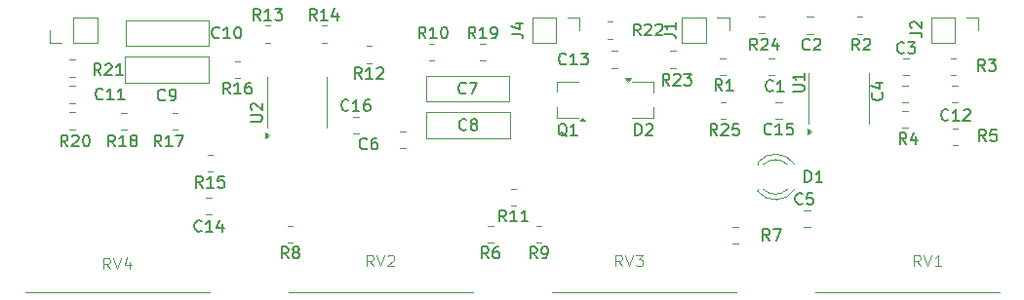
<source format=gbr>
%TF.GenerationSoftware,KiCad,Pcbnew,8.0.6*%
%TF.CreationDate,2024-11-09T16:50:09-06:00*%
%TF.ProjectId,Channel Two v2,4368616e-6e65-46c2-9054-776f2076322e,rev?*%
%TF.SameCoordinates,Original*%
%TF.FileFunction,Legend,Top*%
%TF.FilePolarity,Positive*%
%FSLAX46Y46*%
G04 Gerber Fmt 4.6, Leading zero omitted, Abs format (unit mm)*
G04 Created by KiCad (PCBNEW 8.0.6) date 2024-11-09 16:50:09*
%MOMM*%
%LPD*%
G01*
G04 APERTURE LIST*
%ADD10C,0.150000*%
%ADD11C,0.100000*%
%ADD12C,0.120000*%
G04 APERTURE END LIST*
D10*
X149877542Y-92961619D02*
X149544209Y-92485428D01*
X149306114Y-92961619D02*
X149306114Y-91961619D01*
X149306114Y-91961619D02*
X149687066Y-91961619D01*
X149687066Y-91961619D02*
X149782304Y-92009238D01*
X149782304Y-92009238D02*
X149829923Y-92056857D01*
X149829923Y-92056857D02*
X149877542Y-92152095D01*
X149877542Y-92152095D02*
X149877542Y-92294952D01*
X149877542Y-92294952D02*
X149829923Y-92390190D01*
X149829923Y-92390190D02*
X149782304Y-92437809D01*
X149782304Y-92437809D02*
X149687066Y-92485428D01*
X149687066Y-92485428D02*
X149306114Y-92485428D01*
X150258495Y-92056857D02*
X150306114Y-92009238D01*
X150306114Y-92009238D02*
X150401352Y-91961619D01*
X150401352Y-91961619D02*
X150639447Y-91961619D01*
X150639447Y-91961619D02*
X150734685Y-92009238D01*
X150734685Y-92009238D02*
X150782304Y-92056857D01*
X150782304Y-92056857D02*
X150829923Y-92152095D01*
X150829923Y-92152095D02*
X150829923Y-92247333D01*
X150829923Y-92247333D02*
X150782304Y-92390190D01*
X150782304Y-92390190D02*
X150210876Y-92961619D01*
X150210876Y-92961619D02*
X150829923Y-92961619D01*
X151734685Y-91961619D02*
X151258495Y-91961619D01*
X151258495Y-91961619D02*
X151210876Y-92437809D01*
X151210876Y-92437809D02*
X151258495Y-92390190D01*
X151258495Y-92390190D02*
X151353733Y-92342571D01*
X151353733Y-92342571D02*
X151591828Y-92342571D01*
X151591828Y-92342571D02*
X151687066Y-92390190D01*
X151687066Y-92390190D02*
X151734685Y-92437809D01*
X151734685Y-92437809D02*
X151782304Y-92533047D01*
X151782304Y-92533047D02*
X151782304Y-92771142D01*
X151782304Y-92771142D02*
X151734685Y-92866380D01*
X151734685Y-92866380D02*
X151687066Y-92914000D01*
X151687066Y-92914000D02*
X151591828Y-92961619D01*
X151591828Y-92961619D02*
X151353733Y-92961619D01*
X151353733Y-92961619D02*
X151258495Y-92914000D01*
X151258495Y-92914000D02*
X151210876Y-92866380D01*
X157503905Y-97025619D02*
X157503905Y-96025619D01*
X157503905Y-96025619D02*
X157742000Y-96025619D01*
X157742000Y-96025619D02*
X157884857Y-96073238D01*
X157884857Y-96073238D02*
X157980095Y-96168476D01*
X157980095Y-96168476D02*
X158027714Y-96263714D01*
X158027714Y-96263714D02*
X158075333Y-96454190D01*
X158075333Y-96454190D02*
X158075333Y-96597047D01*
X158075333Y-96597047D02*
X158027714Y-96787523D01*
X158027714Y-96787523D02*
X157980095Y-96882761D01*
X157980095Y-96882761D02*
X157884857Y-96978000D01*
X157884857Y-96978000D02*
X157742000Y-97025619D01*
X157742000Y-97025619D02*
X157503905Y-97025619D01*
X159027714Y-97025619D02*
X158456286Y-97025619D01*
X158742000Y-97025619D02*
X158742000Y-96025619D01*
X158742000Y-96025619D02*
X158646762Y-96168476D01*
X158646762Y-96168476D02*
X158551524Y-96263714D01*
X158551524Y-96263714D02*
X158456286Y-96311333D01*
X142771905Y-92961619D02*
X142771905Y-91961619D01*
X142771905Y-91961619D02*
X143010000Y-91961619D01*
X143010000Y-91961619D02*
X143152857Y-92009238D01*
X143152857Y-92009238D02*
X143248095Y-92104476D01*
X143248095Y-92104476D02*
X143295714Y-92199714D01*
X143295714Y-92199714D02*
X143343333Y-92390190D01*
X143343333Y-92390190D02*
X143343333Y-92533047D01*
X143343333Y-92533047D02*
X143295714Y-92723523D01*
X143295714Y-92723523D02*
X143248095Y-92818761D01*
X143248095Y-92818761D02*
X143152857Y-92914000D01*
X143152857Y-92914000D02*
X143010000Y-92961619D01*
X143010000Y-92961619D02*
X142771905Y-92961619D01*
X143724286Y-92056857D02*
X143771905Y-92009238D01*
X143771905Y-92009238D02*
X143867143Y-91961619D01*
X143867143Y-91961619D02*
X144105238Y-91961619D01*
X144105238Y-91961619D02*
X144200476Y-92009238D01*
X144200476Y-92009238D02*
X144248095Y-92056857D01*
X144248095Y-92056857D02*
X144295714Y-92152095D01*
X144295714Y-92152095D02*
X144295714Y-92247333D01*
X144295714Y-92247333D02*
X144248095Y-92390190D01*
X144248095Y-92390190D02*
X143676667Y-92961619D01*
X143676667Y-92961619D02*
X144295714Y-92961619D01*
X136827961Y-93050057D02*
X136732723Y-93002438D01*
X136732723Y-93002438D02*
X136637485Y-92907200D01*
X136637485Y-92907200D02*
X136494628Y-92764342D01*
X136494628Y-92764342D02*
X136399390Y-92716723D01*
X136399390Y-92716723D02*
X136304152Y-92716723D01*
X136351771Y-92954819D02*
X136256533Y-92907200D01*
X136256533Y-92907200D02*
X136161295Y-92811961D01*
X136161295Y-92811961D02*
X136113676Y-92621485D01*
X136113676Y-92621485D02*
X136113676Y-92288152D01*
X136113676Y-92288152D02*
X136161295Y-92097676D01*
X136161295Y-92097676D02*
X136256533Y-92002438D01*
X136256533Y-92002438D02*
X136351771Y-91954819D01*
X136351771Y-91954819D02*
X136542247Y-91954819D01*
X136542247Y-91954819D02*
X136637485Y-92002438D01*
X136637485Y-92002438D02*
X136732723Y-92097676D01*
X136732723Y-92097676D02*
X136780342Y-92288152D01*
X136780342Y-92288152D02*
X136780342Y-92621485D01*
X136780342Y-92621485D02*
X136732723Y-92811961D01*
X136732723Y-92811961D02*
X136637485Y-92907200D01*
X136637485Y-92907200D02*
X136542247Y-92954819D01*
X136542247Y-92954819D02*
X136351771Y-92954819D01*
X137732723Y-92954819D02*
X137161295Y-92954819D01*
X137447009Y-92954819D02*
X137447009Y-91954819D01*
X137447009Y-91954819D02*
X137351771Y-92097676D01*
X137351771Y-92097676D02*
X137256533Y-92192914D01*
X137256533Y-92192914D02*
X137161295Y-92240533D01*
X153331942Y-85544819D02*
X152998609Y-85068628D01*
X152760514Y-85544819D02*
X152760514Y-84544819D01*
X152760514Y-84544819D02*
X153141466Y-84544819D01*
X153141466Y-84544819D02*
X153236704Y-84592438D01*
X153236704Y-84592438D02*
X153284323Y-84640057D01*
X153284323Y-84640057D02*
X153331942Y-84735295D01*
X153331942Y-84735295D02*
X153331942Y-84878152D01*
X153331942Y-84878152D02*
X153284323Y-84973390D01*
X153284323Y-84973390D02*
X153236704Y-85021009D01*
X153236704Y-85021009D02*
X153141466Y-85068628D01*
X153141466Y-85068628D02*
X152760514Y-85068628D01*
X153712895Y-84640057D02*
X153760514Y-84592438D01*
X153760514Y-84592438D02*
X153855752Y-84544819D01*
X153855752Y-84544819D02*
X154093847Y-84544819D01*
X154093847Y-84544819D02*
X154189085Y-84592438D01*
X154189085Y-84592438D02*
X154236704Y-84640057D01*
X154236704Y-84640057D02*
X154284323Y-84735295D01*
X154284323Y-84735295D02*
X154284323Y-84830533D01*
X154284323Y-84830533D02*
X154236704Y-84973390D01*
X154236704Y-84973390D02*
X153665276Y-85544819D01*
X153665276Y-85544819D02*
X154284323Y-85544819D01*
X155141466Y-84878152D02*
X155141466Y-85544819D01*
X154903371Y-84497200D02*
X154665276Y-85211485D01*
X154665276Y-85211485D02*
X155284323Y-85211485D01*
X145725542Y-88620019D02*
X145392209Y-88143828D01*
X145154114Y-88620019D02*
X145154114Y-87620019D01*
X145154114Y-87620019D02*
X145535066Y-87620019D01*
X145535066Y-87620019D02*
X145630304Y-87667638D01*
X145630304Y-87667638D02*
X145677923Y-87715257D01*
X145677923Y-87715257D02*
X145725542Y-87810495D01*
X145725542Y-87810495D02*
X145725542Y-87953352D01*
X145725542Y-87953352D02*
X145677923Y-88048590D01*
X145677923Y-88048590D02*
X145630304Y-88096209D01*
X145630304Y-88096209D02*
X145535066Y-88143828D01*
X145535066Y-88143828D02*
X145154114Y-88143828D01*
X146106495Y-87715257D02*
X146154114Y-87667638D01*
X146154114Y-87667638D02*
X146249352Y-87620019D01*
X146249352Y-87620019D02*
X146487447Y-87620019D01*
X146487447Y-87620019D02*
X146582685Y-87667638D01*
X146582685Y-87667638D02*
X146630304Y-87715257D01*
X146630304Y-87715257D02*
X146677923Y-87810495D01*
X146677923Y-87810495D02*
X146677923Y-87905733D01*
X146677923Y-87905733D02*
X146630304Y-88048590D01*
X146630304Y-88048590D02*
X146058876Y-88620019D01*
X146058876Y-88620019D02*
X146677923Y-88620019D01*
X147011257Y-87620019D02*
X147630304Y-87620019D01*
X147630304Y-87620019D02*
X147296971Y-88000971D01*
X147296971Y-88000971D02*
X147439828Y-88000971D01*
X147439828Y-88000971D02*
X147535066Y-88048590D01*
X147535066Y-88048590D02*
X147582685Y-88096209D01*
X147582685Y-88096209D02*
X147630304Y-88191447D01*
X147630304Y-88191447D02*
X147630304Y-88429542D01*
X147630304Y-88429542D02*
X147582685Y-88524780D01*
X147582685Y-88524780D02*
X147535066Y-88572400D01*
X147535066Y-88572400D02*
X147439828Y-88620019D01*
X147439828Y-88620019D02*
X147154114Y-88620019D01*
X147154114Y-88620019D02*
X147058876Y-88572400D01*
X147058876Y-88572400D02*
X147011257Y-88524780D01*
X143222742Y-84274819D02*
X142889409Y-83798628D01*
X142651314Y-84274819D02*
X142651314Y-83274819D01*
X142651314Y-83274819D02*
X143032266Y-83274819D01*
X143032266Y-83274819D02*
X143127504Y-83322438D01*
X143127504Y-83322438D02*
X143175123Y-83370057D01*
X143175123Y-83370057D02*
X143222742Y-83465295D01*
X143222742Y-83465295D02*
X143222742Y-83608152D01*
X143222742Y-83608152D02*
X143175123Y-83703390D01*
X143175123Y-83703390D02*
X143127504Y-83751009D01*
X143127504Y-83751009D02*
X143032266Y-83798628D01*
X143032266Y-83798628D02*
X142651314Y-83798628D01*
X143603695Y-83370057D02*
X143651314Y-83322438D01*
X143651314Y-83322438D02*
X143746552Y-83274819D01*
X143746552Y-83274819D02*
X143984647Y-83274819D01*
X143984647Y-83274819D02*
X144079885Y-83322438D01*
X144079885Y-83322438D02*
X144127504Y-83370057D01*
X144127504Y-83370057D02*
X144175123Y-83465295D01*
X144175123Y-83465295D02*
X144175123Y-83560533D01*
X144175123Y-83560533D02*
X144127504Y-83703390D01*
X144127504Y-83703390D02*
X143556076Y-84274819D01*
X143556076Y-84274819D02*
X144175123Y-84274819D01*
X144556076Y-83370057D02*
X144603695Y-83322438D01*
X144603695Y-83322438D02*
X144698933Y-83274819D01*
X144698933Y-83274819D02*
X144937028Y-83274819D01*
X144937028Y-83274819D02*
X145032266Y-83322438D01*
X145032266Y-83322438D02*
X145079885Y-83370057D01*
X145079885Y-83370057D02*
X145127504Y-83465295D01*
X145127504Y-83465295D02*
X145127504Y-83560533D01*
X145127504Y-83560533D02*
X145079885Y-83703390D01*
X145079885Y-83703390D02*
X144508457Y-84274819D01*
X144508457Y-84274819D02*
X145127504Y-84274819D01*
X132042819Y-84153333D02*
X132757104Y-84153333D01*
X132757104Y-84153333D02*
X132899961Y-84200952D01*
X132899961Y-84200952D02*
X132995200Y-84296190D01*
X132995200Y-84296190D02*
X133042819Y-84439047D01*
X133042819Y-84439047D02*
X133042819Y-84534285D01*
X132376152Y-83248571D02*
X133042819Y-83248571D01*
X131995200Y-83486666D02*
X132709485Y-83724761D01*
X132709485Y-83724761D02*
X132709485Y-83105714D01*
X117869642Y-90754580D02*
X117822023Y-90802200D01*
X117822023Y-90802200D02*
X117679166Y-90849819D01*
X117679166Y-90849819D02*
X117583928Y-90849819D01*
X117583928Y-90849819D02*
X117441071Y-90802200D01*
X117441071Y-90802200D02*
X117345833Y-90706961D01*
X117345833Y-90706961D02*
X117298214Y-90611723D01*
X117298214Y-90611723D02*
X117250595Y-90421247D01*
X117250595Y-90421247D02*
X117250595Y-90278390D01*
X117250595Y-90278390D02*
X117298214Y-90087914D01*
X117298214Y-90087914D02*
X117345833Y-89992676D01*
X117345833Y-89992676D02*
X117441071Y-89897438D01*
X117441071Y-89897438D02*
X117583928Y-89849819D01*
X117583928Y-89849819D02*
X117679166Y-89849819D01*
X117679166Y-89849819D02*
X117822023Y-89897438D01*
X117822023Y-89897438D02*
X117869642Y-89945057D01*
X118822023Y-90849819D02*
X118250595Y-90849819D01*
X118536309Y-90849819D02*
X118536309Y-89849819D01*
X118536309Y-89849819D02*
X118441071Y-89992676D01*
X118441071Y-89992676D02*
X118345833Y-90087914D01*
X118345833Y-90087914D02*
X118250595Y-90135533D01*
X119679166Y-89849819D02*
X119488690Y-89849819D01*
X119488690Y-89849819D02*
X119393452Y-89897438D01*
X119393452Y-89897438D02*
X119345833Y-89945057D01*
X119345833Y-89945057D02*
X119250595Y-90087914D01*
X119250595Y-90087914D02*
X119202976Y-90278390D01*
X119202976Y-90278390D02*
X119202976Y-90659342D01*
X119202976Y-90659342D02*
X119250595Y-90754580D01*
X119250595Y-90754580D02*
X119298214Y-90802200D01*
X119298214Y-90802200D02*
X119393452Y-90849819D01*
X119393452Y-90849819D02*
X119583928Y-90849819D01*
X119583928Y-90849819D02*
X119679166Y-90802200D01*
X119679166Y-90802200D02*
X119726785Y-90754580D01*
X119726785Y-90754580D02*
X119774404Y-90659342D01*
X119774404Y-90659342D02*
X119774404Y-90421247D01*
X119774404Y-90421247D02*
X119726785Y-90326009D01*
X119726785Y-90326009D02*
X119679166Y-90278390D01*
X119679166Y-90278390D02*
X119583928Y-90230771D01*
X119583928Y-90230771D02*
X119393452Y-90230771D01*
X119393452Y-90230771D02*
X119298214Y-90278390D01*
X119298214Y-90278390D02*
X119250595Y-90326009D01*
X119250595Y-90326009D02*
X119202976Y-90421247D01*
X154580442Y-92819180D02*
X154532823Y-92866800D01*
X154532823Y-92866800D02*
X154389966Y-92914419D01*
X154389966Y-92914419D02*
X154294728Y-92914419D01*
X154294728Y-92914419D02*
X154151871Y-92866800D01*
X154151871Y-92866800D02*
X154056633Y-92771561D01*
X154056633Y-92771561D02*
X154009014Y-92676323D01*
X154009014Y-92676323D02*
X153961395Y-92485847D01*
X153961395Y-92485847D02*
X153961395Y-92342990D01*
X153961395Y-92342990D02*
X154009014Y-92152514D01*
X154009014Y-92152514D02*
X154056633Y-92057276D01*
X154056633Y-92057276D02*
X154151871Y-91962038D01*
X154151871Y-91962038D02*
X154294728Y-91914419D01*
X154294728Y-91914419D02*
X154389966Y-91914419D01*
X154389966Y-91914419D02*
X154532823Y-91962038D01*
X154532823Y-91962038D02*
X154580442Y-92009657D01*
X155532823Y-92914419D02*
X154961395Y-92914419D01*
X155247109Y-92914419D02*
X155247109Y-91914419D01*
X155247109Y-91914419D02*
X155151871Y-92057276D01*
X155151871Y-92057276D02*
X155056633Y-92152514D01*
X155056633Y-92152514D02*
X154961395Y-92200133D01*
X156437585Y-91914419D02*
X155961395Y-91914419D01*
X155961395Y-91914419D02*
X155913776Y-92390609D01*
X155913776Y-92390609D02*
X155961395Y-92342990D01*
X155961395Y-92342990D02*
X156056633Y-92295371D01*
X156056633Y-92295371D02*
X156294728Y-92295371D01*
X156294728Y-92295371D02*
X156389966Y-92342990D01*
X156389966Y-92342990D02*
X156437585Y-92390609D01*
X156437585Y-92390609D02*
X156485204Y-92485847D01*
X156485204Y-92485847D02*
X156485204Y-92723942D01*
X156485204Y-92723942D02*
X156437585Y-92819180D01*
X156437585Y-92819180D02*
X156389966Y-92866800D01*
X156389966Y-92866800D02*
X156294728Y-92914419D01*
X156294728Y-92914419D02*
X156056633Y-92914419D01*
X156056633Y-92914419D02*
X155961395Y-92866800D01*
X155961395Y-92866800D02*
X155913776Y-92819180D01*
X105122742Y-101248380D02*
X105075123Y-101296000D01*
X105075123Y-101296000D02*
X104932266Y-101343619D01*
X104932266Y-101343619D02*
X104837028Y-101343619D01*
X104837028Y-101343619D02*
X104694171Y-101296000D01*
X104694171Y-101296000D02*
X104598933Y-101200761D01*
X104598933Y-101200761D02*
X104551314Y-101105523D01*
X104551314Y-101105523D02*
X104503695Y-100915047D01*
X104503695Y-100915047D02*
X104503695Y-100772190D01*
X104503695Y-100772190D02*
X104551314Y-100581714D01*
X104551314Y-100581714D02*
X104598933Y-100486476D01*
X104598933Y-100486476D02*
X104694171Y-100391238D01*
X104694171Y-100391238D02*
X104837028Y-100343619D01*
X104837028Y-100343619D02*
X104932266Y-100343619D01*
X104932266Y-100343619D02*
X105075123Y-100391238D01*
X105075123Y-100391238D02*
X105122742Y-100438857D01*
X106075123Y-101343619D02*
X105503695Y-101343619D01*
X105789409Y-101343619D02*
X105789409Y-100343619D01*
X105789409Y-100343619D02*
X105694171Y-100486476D01*
X105694171Y-100486476D02*
X105598933Y-100581714D01*
X105598933Y-100581714D02*
X105503695Y-100629333D01*
X106932266Y-100676952D02*
X106932266Y-101343619D01*
X106694171Y-100296000D02*
X106456076Y-101010285D01*
X106456076Y-101010285D02*
X107075123Y-101010285D01*
X136771142Y-86719580D02*
X136723523Y-86767200D01*
X136723523Y-86767200D02*
X136580666Y-86814819D01*
X136580666Y-86814819D02*
X136485428Y-86814819D01*
X136485428Y-86814819D02*
X136342571Y-86767200D01*
X136342571Y-86767200D02*
X136247333Y-86671961D01*
X136247333Y-86671961D02*
X136199714Y-86576723D01*
X136199714Y-86576723D02*
X136152095Y-86386247D01*
X136152095Y-86386247D02*
X136152095Y-86243390D01*
X136152095Y-86243390D02*
X136199714Y-86052914D01*
X136199714Y-86052914D02*
X136247333Y-85957676D01*
X136247333Y-85957676D02*
X136342571Y-85862438D01*
X136342571Y-85862438D02*
X136485428Y-85814819D01*
X136485428Y-85814819D02*
X136580666Y-85814819D01*
X136580666Y-85814819D02*
X136723523Y-85862438D01*
X136723523Y-85862438D02*
X136771142Y-85910057D01*
X137723523Y-86814819D02*
X137152095Y-86814819D01*
X137437809Y-86814819D02*
X137437809Y-85814819D01*
X137437809Y-85814819D02*
X137342571Y-85957676D01*
X137342571Y-85957676D02*
X137247333Y-86052914D01*
X137247333Y-86052914D02*
X137152095Y-86100533D01*
X138056857Y-85814819D02*
X138675904Y-85814819D01*
X138675904Y-85814819D02*
X138342571Y-86195771D01*
X138342571Y-86195771D02*
X138485428Y-86195771D01*
X138485428Y-86195771D02*
X138580666Y-86243390D01*
X138580666Y-86243390D02*
X138628285Y-86291009D01*
X138628285Y-86291009D02*
X138675904Y-86386247D01*
X138675904Y-86386247D02*
X138675904Y-86624342D01*
X138675904Y-86624342D02*
X138628285Y-86719580D01*
X138628285Y-86719580D02*
X138580666Y-86767200D01*
X138580666Y-86767200D02*
X138485428Y-86814819D01*
X138485428Y-86814819D02*
X138199714Y-86814819D01*
X138199714Y-86814819D02*
X138104476Y-86767200D01*
X138104476Y-86767200D02*
X138056857Y-86719580D01*
X169943542Y-91596380D02*
X169895923Y-91644000D01*
X169895923Y-91644000D02*
X169753066Y-91691619D01*
X169753066Y-91691619D02*
X169657828Y-91691619D01*
X169657828Y-91691619D02*
X169514971Y-91644000D01*
X169514971Y-91644000D02*
X169419733Y-91548761D01*
X169419733Y-91548761D02*
X169372114Y-91453523D01*
X169372114Y-91453523D02*
X169324495Y-91263047D01*
X169324495Y-91263047D02*
X169324495Y-91120190D01*
X169324495Y-91120190D02*
X169372114Y-90929714D01*
X169372114Y-90929714D02*
X169419733Y-90834476D01*
X169419733Y-90834476D02*
X169514971Y-90739238D01*
X169514971Y-90739238D02*
X169657828Y-90691619D01*
X169657828Y-90691619D02*
X169753066Y-90691619D01*
X169753066Y-90691619D02*
X169895923Y-90739238D01*
X169895923Y-90739238D02*
X169943542Y-90786857D01*
X170895923Y-91691619D02*
X170324495Y-91691619D01*
X170610209Y-91691619D02*
X170610209Y-90691619D01*
X170610209Y-90691619D02*
X170514971Y-90834476D01*
X170514971Y-90834476D02*
X170419733Y-90929714D01*
X170419733Y-90929714D02*
X170324495Y-90977333D01*
X171276876Y-90786857D02*
X171324495Y-90739238D01*
X171324495Y-90739238D02*
X171419733Y-90691619D01*
X171419733Y-90691619D02*
X171657828Y-90691619D01*
X171657828Y-90691619D02*
X171753066Y-90739238D01*
X171753066Y-90739238D02*
X171800685Y-90786857D01*
X171800685Y-90786857D02*
X171848304Y-90882095D01*
X171848304Y-90882095D02*
X171848304Y-90977333D01*
X171848304Y-90977333D02*
X171800685Y-91120190D01*
X171800685Y-91120190D02*
X171229257Y-91691619D01*
X171229257Y-91691619D02*
X171848304Y-91691619D01*
D11*
X141644761Y-104343419D02*
X141311428Y-103867228D01*
X141073333Y-104343419D02*
X141073333Y-103343419D01*
X141073333Y-103343419D02*
X141454285Y-103343419D01*
X141454285Y-103343419D02*
X141549523Y-103391038D01*
X141549523Y-103391038D02*
X141597142Y-103438657D01*
X141597142Y-103438657D02*
X141644761Y-103533895D01*
X141644761Y-103533895D02*
X141644761Y-103676752D01*
X141644761Y-103676752D02*
X141597142Y-103771990D01*
X141597142Y-103771990D02*
X141549523Y-103819609D01*
X141549523Y-103819609D02*
X141454285Y-103867228D01*
X141454285Y-103867228D02*
X141073333Y-103867228D01*
X141930476Y-103343419D02*
X142263809Y-104343419D01*
X142263809Y-104343419D02*
X142597142Y-103343419D01*
X142835238Y-103343419D02*
X143454285Y-103343419D01*
X143454285Y-103343419D02*
X143120952Y-103724371D01*
X143120952Y-103724371D02*
X143263809Y-103724371D01*
X143263809Y-103724371D02*
X143359047Y-103771990D01*
X143359047Y-103771990D02*
X143406666Y-103819609D01*
X143406666Y-103819609D02*
X143454285Y-103914847D01*
X143454285Y-103914847D02*
X143454285Y-104152942D01*
X143454285Y-104152942D02*
X143406666Y-104248180D01*
X143406666Y-104248180D02*
X143359047Y-104295800D01*
X143359047Y-104295800D02*
X143263809Y-104343419D01*
X143263809Y-104343419D02*
X142978095Y-104343419D01*
X142978095Y-104343419D02*
X142882857Y-104295800D01*
X142882857Y-104295800D02*
X142835238Y-104248180D01*
X120054761Y-104343419D02*
X119721428Y-103867228D01*
X119483333Y-104343419D02*
X119483333Y-103343419D01*
X119483333Y-103343419D02*
X119864285Y-103343419D01*
X119864285Y-103343419D02*
X119959523Y-103391038D01*
X119959523Y-103391038D02*
X120007142Y-103438657D01*
X120007142Y-103438657D02*
X120054761Y-103533895D01*
X120054761Y-103533895D02*
X120054761Y-103676752D01*
X120054761Y-103676752D02*
X120007142Y-103771990D01*
X120007142Y-103771990D02*
X119959523Y-103819609D01*
X119959523Y-103819609D02*
X119864285Y-103867228D01*
X119864285Y-103867228D02*
X119483333Y-103867228D01*
X120340476Y-103343419D02*
X120673809Y-104343419D01*
X120673809Y-104343419D02*
X121007142Y-103343419D01*
X121292857Y-103438657D02*
X121340476Y-103391038D01*
X121340476Y-103391038D02*
X121435714Y-103343419D01*
X121435714Y-103343419D02*
X121673809Y-103343419D01*
X121673809Y-103343419D02*
X121769047Y-103391038D01*
X121769047Y-103391038D02*
X121816666Y-103438657D01*
X121816666Y-103438657D02*
X121864285Y-103533895D01*
X121864285Y-103533895D02*
X121864285Y-103629133D01*
X121864285Y-103629133D02*
X121816666Y-103771990D01*
X121816666Y-103771990D02*
X121245238Y-104343419D01*
X121245238Y-104343419D02*
X121864285Y-104343419D01*
X167552761Y-104343419D02*
X167219428Y-103867228D01*
X166981333Y-104343419D02*
X166981333Y-103343419D01*
X166981333Y-103343419D02*
X167362285Y-103343419D01*
X167362285Y-103343419D02*
X167457523Y-103391038D01*
X167457523Y-103391038D02*
X167505142Y-103438657D01*
X167505142Y-103438657D02*
X167552761Y-103533895D01*
X167552761Y-103533895D02*
X167552761Y-103676752D01*
X167552761Y-103676752D02*
X167505142Y-103771990D01*
X167505142Y-103771990D02*
X167457523Y-103819609D01*
X167457523Y-103819609D02*
X167362285Y-103867228D01*
X167362285Y-103867228D02*
X166981333Y-103867228D01*
X167838476Y-103343419D02*
X168171809Y-104343419D01*
X168171809Y-104343419D02*
X168505142Y-103343419D01*
X169362285Y-104343419D02*
X168790857Y-104343419D01*
X169076571Y-104343419D02*
X169076571Y-103343419D01*
X169076571Y-103343419D02*
X168981333Y-103486276D01*
X168981333Y-103486276D02*
X168886095Y-103581514D01*
X168886095Y-103581514D02*
X168790857Y-103629133D01*
D10*
X109386019Y-91744704D02*
X110195542Y-91744704D01*
X110195542Y-91744704D02*
X110290780Y-91697085D01*
X110290780Y-91697085D02*
X110338400Y-91649466D01*
X110338400Y-91649466D02*
X110386019Y-91554228D01*
X110386019Y-91554228D02*
X110386019Y-91363752D01*
X110386019Y-91363752D02*
X110338400Y-91268514D01*
X110338400Y-91268514D02*
X110290780Y-91220895D01*
X110290780Y-91220895D02*
X110195542Y-91173276D01*
X110195542Y-91173276D02*
X109386019Y-91173276D01*
X109481257Y-90744704D02*
X109433638Y-90697085D01*
X109433638Y-90697085D02*
X109386019Y-90601847D01*
X109386019Y-90601847D02*
X109386019Y-90363752D01*
X109386019Y-90363752D02*
X109433638Y-90268514D01*
X109433638Y-90268514D02*
X109481257Y-90220895D01*
X109481257Y-90220895D02*
X109576495Y-90173276D01*
X109576495Y-90173276D02*
X109671733Y-90173276D01*
X109671733Y-90173276D02*
X109814590Y-90220895D01*
X109814590Y-90220895D02*
X110386019Y-90792323D01*
X110386019Y-90792323D02*
X110386019Y-90173276D01*
X156436219Y-89149804D02*
X157245742Y-89149804D01*
X157245742Y-89149804D02*
X157340980Y-89102185D01*
X157340980Y-89102185D02*
X157388600Y-89054566D01*
X157388600Y-89054566D02*
X157436219Y-88959328D01*
X157436219Y-88959328D02*
X157436219Y-88768852D01*
X157436219Y-88768852D02*
X157388600Y-88673614D01*
X157388600Y-88673614D02*
X157340980Y-88625995D01*
X157340980Y-88625995D02*
X157245742Y-88578376D01*
X157245742Y-88578376D02*
X156436219Y-88578376D01*
X157436219Y-87578376D02*
X157436219Y-88149804D01*
X157436219Y-87864090D02*
X156436219Y-87864090D01*
X156436219Y-87864090D02*
X156579076Y-87959328D01*
X156579076Y-87959328D02*
X156674314Y-88054566D01*
X156674314Y-88054566D02*
X156721933Y-88149804D01*
D11*
X97194761Y-104597419D02*
X96861428Y-104121228D01*
X96623333Y-104597419D02*
X96623333Y-103597419D01*
X96623333Y-103597419D02*
X97004285Y-103597419D01*
X97004285Y-103597419D02*
X97099523Y-103645038D01*
X97099523Y-103645038D02*
X97147142Y-103692657D01*
X97147142Y-103692657D02*
X97194761Y-103787895D01*
X97194761Y-103787895D02*
X97194761Y-103930752D01*
X97194761Y-103930752D02*
X97147142Y-104025990D01*
X97147142Y-104025990D02*
X97099523Y-104073609D01*
X97099523Y-104073609D02*
X97004285Y-104121228D01*
X97004285Y-104121228D02*
X96623333Y-104121228D01*
X97480476Y-103597419D02*
X97813809Y-104597419D01*
X97813809Y-104597419D02*
X98147142Y-103597419D01*
X98909047Y-103930752D02*
X98909047Y-104597419D01*
X98670952Y-103549800D02*
X98432857Y-104264085D01*
X98432857Y-104264085D02*
X99051904Y-104264085D01*
D10*
X96385142Y-87729219D02*
X96051809Y-87253028D01*
X95813714Y-87729219D02*
X95813714Y-86729219D01*
X95813714Y-86729219D02*
X96194666Y-86729219D01*
X96194666Y-86729219D02*
X96289904Y-86776838D01*
X96289904Y-86776838D02*
X96337523Y-86824457D01*
X96337523Y-86824457D02*
X96385142Y-86919695D01*
X96385142Y-86919695D02*
X96385142Y-87062552D01*
X96385142Y-87062552D02*
X96337523Y-87157790D01*
X96337523Y-87157790D02*
X96289904Y-87205409D01*
X96289904Y-87205409D02*
X96194666Y-87253028D01*
X96194666Y-87253028D02*
X95813714Y-87253028D01*
X96766095Y-86824457D02*
X96813714Y-86776838D01*
X96813714Y-86776838D02*
X96908952Y-86729219D01*
X96908952Y-86729219D02*
X97147047Y-86729219D01*
X97147047Y-86729219D02*
X97242285Y-86776838D01*
X97242285Y-86776838D02*
X97289904Y-86824457D01*
X97289904Y-86824457D02*
X97337523Y-86919695D01*
X97337523Y-86919695D02*
X97337523Y-87014933D01*
X97337523Y-87014933D02*
X97289904Y-87157790D01*
X97289904Y-87157790D02*
X96718476Y-87729219D01*
X96718476Y-87729219D02*
X97337523Y-87729219D01*
X98289904Y-87729219D02*
X97718476Y-87729219D01*
X98004190Y-87729219D02*
X98004190Y-86729219D01*
X98004190Y-86729219D02*
X97908952Y-86872076D01*
X97908952Y-86872076D02*
X97813714Y-86967314D01*
X97813714Y-86967314D02*
X97718476Y-87014933D01*
X93496142Y-93926819D02*
X93162809Y-93450628D01*
X92924714Y-93926819D02*
X92924714Y-92926819D01*
X92924714Y-92926819D02*
X93305666Y-92926819D01*
X93305666Y-92926819D02*
X93400904Y-92974438D01*
X93400904Y-92974438D02*
X93448523Y-93022057D01*
X93448523Y-93022057D02*
X93496142Y-93117295D01*
X93496142Y-93117295D02*
X93496142Y-93260152D01*
X93496142Y-93260152D02*
X93448523Y-93355390D01*
X93448523Y-93355390D02*
X93400904Y-93403009D01*
X93400904Y-93403009D02*
X93305666Y-93450628D01*
X93305666Y-93450628D02*
X92924714Y-93450628D01*
X93877095Y-93022057D02*
X93924714Y-92974438D01*
X93924714Y-92974438D02*
X94019952Y-92926819D01*
X94019952Y-92926819D02*
X94258047Y-92926819D01*
X94258047Y-92926819D02*
X94353285Y-92974438D01*
X94353285Y-92974438D02*
X94400904Y-93022057D01*
X94400904Y-93022057D02*
X94448523Y-93117295D01*
X94448523Y-93117295D02*
X94448523Y-93212533D01*
X94448523Y-93212533D02*
X94400904Y-93355390D01*
X94400904Y-93355390D02*
X93829476Y-93926819D01*
X93829476Y-93926819D02*
X94448523Y-93926819D01*
X95067571Y-92926819D02*
X95162809Y-92926819D01*
X95162809Y-92926819D02*
X95258047Y-92974438D01*
X95258047Y-92974438D02*
X95305666Y-93022057D01*
X95305666Y-93022057D02*
X95353285Y-93117295D01*
X95353285Y-93117295D02*
X95400904Y-93307771D01*
X95400904Y-93307771D02*
X95400904Y-93545866D01*
X95400904Y-93545866D02*
X95353285Y-93736342D01*
X95353285Y-93736342D02*
X95305666Y-93831580D01*
X95305666Y-93831580D02*
X95258047Y-93879200D01*
X95258047Y-93879200D02*
X95162809Y-93926819D01*
X95162809Y-93926819D02*
X95067571Y-93926819D01*
X95067571Y-93926819D02*
X94972333Y-93879200D01*
X94972333Y-93879200D02*
X94924714Y-93831580D01*
X94924714Y-93831580D02*
X94877095Y-93736342D01*
X94877095Y-93736342D02*
X94829476Y-93545866D01*
X94829476Y-93545866D02*
X94829476Y-93307771D01*
X94829476Y-93307771D02*
X94877095Y-93117295D01*
X94877095Y-93117295D02*
X94924714Y-93022057D01*
X94924714Y-93022057D02*
X94972333Y-92974438D01*
X94972333Y-92974438D02*
X95067571Y-92926819D01*
X128897142Y-84528819D02*
X128563809Y-84052628D01*
X128325714Y-84528819D02*
X128325714Y-83528819D01*
X128325714Y-83528819D02*
X128706666Y-83528819D01*
X128706666Y-83528819D02*
X128801904Y-83576438D01*
X128801904Y-83576438D02*
X128849523Y-83624057D01*
X128849523Y-83624057D02*
X128897142Y-83719295D01*
X128897142Y-83719295D02*
X128897142Y-83862152D01*
X128897142Y-83862152D02*
X128849523Y-83957390D01*
X128849523Y-83957390D02*
X128801904Y-84005009D01*
X128801904Y-84005009D02*
X128706666Y-84052628D01*
X128706666Y-84052628D02*
X128325714Y-84052628D01*
X129849523Y-84528819D02*
X129278095Y-84528819D01*
X129563809Y-84528819D02*
X129563809Y-83528819D01*
X129563809Y-83528819D02*
X129468571Y-83671676D01*
X129468571Y-83671676D02*
X129373333Y-83766914D01*
X129373333Y-83766914D02*
X129278095Y-83814533D01*
X130325714Y-84528819D02*
X130516190Y-84528819D01*
X130516190Y-84528819D02*
X130611428Y-84481200D01*
X130611428Y-84481200D02*
X130659047Y-84433580D01*
X130659047Y-84433580D02*
X130754285Y-84290723D01*
X130754285Y-84290723D02*
X130801904Y-84100247D01*
X130801904Y-84100247D02*
X130801904Y-83719295D01*
X130801904Y-83719295D02*
X130754285Y-83624057D01*
X130754285Y-83624057D02*
X130706666Y-83576438D01*
X130706666Y-83576438D02*
X130611428Y-83528819D01*
X130611428Y-83528819D02*
X130420952Y-83528819D01*
X130420952Y-83528819D02*
X130325714Y-83576438D01*
X130325714Y-83576438D02*
X130278095Y-83624057D01*
X130278095Y-83624057D02*
X130230476Y-83719295D01*
X130230476Y-83719295D02*
X130230476Y-83957390D01*
X130230476Y-83957390D02*
X130278095Y-84052628D01*
X130278095Y-84052628D02*
X130325714Y-84100247D01*
X130325714Y-84100247D02*
X130420952Y-84147866D01*
X130420952Y-84147866D02*
X130611428Y-84147866D01*
X130611428Y-84147866D02*
X130706666Y-84100247D01*
X130706666Y-84100247D02*
X130754285Y-84052628D01*
X130754285Y-84052628D02*
X130801904Y-83957390D01*
X97604342Y-93926819D02*
X97271009Y-93450628D01*
X97032914Y-93926819D02*
X97032914Y-92926819D01*
X97032914Y-92926819D02*
X97413866Y-92926819D01*
X97413866Y-92926819D02*
X97509104Y-92974438D01*
X97509104Y-92974438D02*
X97556723Y-93022057D01*
X97556723Y-93022057D02*
X97604342Y-93117295D01*
X97604342Y-93117295D02*
X97604342Y-93260152D01*
X97604342Y-93260152D02*
X97556723Y-93355390D01*
X97556723Y-93355390D02*
X97509104Y-93403009D01*
X97509104Y-93403009D02*
X97413866Y-93450628D01*
X97413866Y-93450628D02*
X97032914Y-93450628D01*
X98556723Y-93926819D02*
X97985295Y-93926819D01*
X98271009Y-93926819D02*
X98271009Y-92926819D01*
X98271009Y-92926819D02*
X98175771Y-93069676D01*
X98175771Y-93069676D02*
X98080533Y-93164914D01*
X98080533Y-93164914D02*
X97985295Y-93212533D01*
X99128152Y-93355390D02*
X99032914Y-93307771D01*
X99032914Y-93307771D02*
X98985295Y-93260152D01*
X98985295Y-93260152D02*
X98937676Y-93164914D01*
X98937676Y-93164914D02*
X98937676Y-93117295D01*
X98937676Y-93117295D02*
X98985295Y-93022057D01*
X98985295Y-93022057D02*
X99032914Y-92974438D01*
X99032914Y-92974438D02*
X99128152Y-92926819D01*
X99128152Y-92926819D02*
X99318628Y-92926819D01*
X99318628Y-92926819D02*
X99413866Y-92974438D01*
X99413866Y-92974438D02*
X99461485Y-93022057D01*
X99461485Y-93022057D02*
X99509104Y-93117295D01*
X99509104Y-93117295D02*
X99509104Y-93164914D01*
X99509104Y-93164914D02*
X99461485Y-93260152D01*
X99461485Y-93260152D02*
X99413866Y-93307771D01*
X99413866Y-93307771D02*
X99318628Y-93355390D01*
X99318628Y-93355390D02*
X99128152Y-93355390D01*
X99128152Y-93355390D02*
X99032914Y-93403009D01*
X99032914Y-93403009D02*
X98985295Y-93450628D01*
X98985295Y-93450628D02*
X98937676Y-93545866D01*
X98937676Y-93545866D02*
X98937676Y-93736342D01*
X98937676Y-93736342D02*
X98985295Y-93831580D01*
X98985295Y-93831580D02*
X99032914Y-93879200D01*
X99032914Y-93879200D02*
X99128152Y-93926819D01*
X99128152Y-93926819D02*
X99318628Y-93926819D01*
X99318628Y-93926819D02*
X99413866Y-93879200D01*
X99413866Y-93879200D02*
X99461485Y-93831580D01*
X99461485Y-93831580D02*
X99509104Y-93736342D01*
X99509104Y-93736342D02*
X99509104Y-93545866D01*
X99509104Y-93545866D02*
X99461485Y-93450628D01*
X99461485Y-93450628D02*
X99413866Y-93403009D01*
X99413866Y-93403009D02*
X99318628Y-93355390D01*
X101617542Y-93926819D02*
X101284209Y-93450628D01*
X101046114Y-93926819D02*
X101046114Y-92926819D01*
X101046114Y-92926819D02*
X101427066Y-92926819D01*
X101427066Y-92926819D02*
X101522304Y-92974438D01*
X101522304Y-92974438D02*
X101569923Y-93022057D01*
X101569923Y-93022057D02*
X101617542Y-93117295D01*
X101617542Y-93117295D02*
X101617542Y-93260152D01*
X101617542Y-93260152D02*
X101569923Y-93355390D01*
X101569923Y-93355390D02*
X101522304Y-93403009D01*
X101522304Y-93403009D02*
X101427066Y-93450628D01*
X101427066Y-93450628D02*
X101046114Y-93450628D01*
X102569923Y-93926819D02*
X101998495Y-93926819D01*
X102284209Y-93926819D02*
X102284209Y-92926819D01*
X102284209Y-92926819D02*
X102188971Y-93069676D01*
X102188971Y-93069676D02*
X102093733Y-93164914D01*
X102093733Y-93164914D02*
X101998495Y-93212533D01*
X102903257Y-92926819D02*
X103569923Y-92926819D01*
X103569923Y-92926819D02*
X103141352Y-93926819D01*
X107577142Y-89353819D02*
X107243809Y-88877628D01*
X107005714Y-89353819D02*
X107005714Y-88353819D01*
X107005714Y-88353819D02*
X107386666Y-88353819D01*
X107386666Y-88353819D02*
X107481904Y-88401438D01*
X107481904Y-88401438D02*
X107529523Y-88449057D01*
X107529523Y-88449057D02*
X107577142Y-88544295D01*
X107577142Y-88544295D02*
X107577142Y-88687152D01*
X107577142Y-88687152D02*
X107529523Y-88782390D01*
X107529523Y-88782390D02*
X107481904Y-88830009D01*
X107481904Y-88830009D02*
X107386666Y-88877628D01*
X107386666Y-88877628D02*
X107005714Y-88877628D01*
X108529523Y-89353819D02*
X107958095Y-89353819D01*
X108243809Y-89353819D02*
X108243809Y-88353819D01*
X108243809Y-88353819D02*
X108148571Y-88496676D01*
X108148571Y-88496676D02*
X108053333Y-88591914D01*
X108053333Y-88591914D02*
X107958095Y-88639533D01*
X109386666Y-88353819D02*
X109196190Y-88353819D01*
X109196190Y-88353819D02*
X109100952Y-88401438D01*
X109100952Y-88401438D02*
X109053333Y-88449057D01*
X109053333Y-88449057D02*
X108958095Y-88591914D01*
X108958095Y-88591914D02*
X108910476Y-88782390D01*
X108910476Y-88782390D02*
X108910476Y-89163342D01*
X108910476Y-89163342D02*
X108958095Y-89258580D01*
X108958095Y-89258580D02*
X109005714Y-89306200D01*
X109005714Y-89306200D02*
X109100952Y-89353819D01*
X109100952Y-89353819D02*
X109291428Y-89353819D01*
X109291428Y-89353819D02*
X109386666Y-89306200D01*
X109386666Y-89306200D02*
X109434285Y-89258580D01*
X109434285Y-89258580D02*
X109481904Y-89163342D01*
X109481904Y-89163342D02*
X109481904Y-88925247D01*
X109481904Y-88925247D02*
X109434285Y-88830009D01*
X109434285Y-88830009D02*
X109386666Y-88782390D01*
X109386666Y-88782390D02*
X109291428Y-88734771D01*
X109291428Y-88734771D02*
X109100952Y-88734771D01*
X109100952Y-88734771D02*
X109005714Y-88782390D01*
X109005714Y-88782390D02*
X108958095Y-88830009D01*
X108958095Y-88830009D02*
X108910476Y-88925247D01*
X105208342Y-97507219D02*
X104875009Y-97031028D01*
X104636914Y-97507219D02*
X104636914Y-96507219D01*
X104636914Y-96507219D02*
X105017866Y-96507219D01*
X105017866Y-96507219D02*
X105113104Y-96554838D01*
X105113104Y-96554838D02*
X105160723Y-96602457D01*
X105160723Y-96602457D02*
X105208342Y-96697695D01*
X105208342Y-96697695D02*
X105208342Y-96840552D01*
X105208342Y-96840552D02*
X105160723Y-96935790D01*
X105160723Y-96935790D02*
X105113104Y-96983409D01*
X105113104Y-96983409D02*
X105017866Y-97031028D01*
X105017866Y-97031028D02*
X104636914Y-97031028D01*
X106160723Y-97507219D02*
X105589295Y-97507219D01*
X105875009Y-97507219D02*
X105875009Y-96507219D01*
X105875009Y-96507219D02*
X105779771Y-96650076D01*
X105779771Y-96650076D02*
X105684533Y-96745314D01*
X105684533Y-96745314D02*
X105589295Y-96792933D01*
X107065485Y-96507219D02*
X106589295Y-96507219D01*
X106589295Y-96507219D02*
X106541676Y-96983409D01*
X106541676Y-96983409D02*
X106589295Y-96935790D01*
X106589295Y-96935790D02*
X106684533Y-96888171D01*
X106684533Y-96888171D02*
X106922628Y-96888171D01*
X106922628Y-96888171D02*
X107017866Y-96935790D01*
X107017866Y-96935790D02*
X107065485Y-96983409D01*
X107065485Y-96983409D02*
X107113104Y-97078647D01*
X107113104Y-97078647D02*
X107113104Y-97316742D01*
X107113104Y-97316742D02*
X107065485Y-97411980D01*
X107065485Y-97411980D02*
X107017866Y-97459600D01*
X107017866Y-97459600D02*
X106922628Y-97507219D01*
X106922628Y-97507219D02*
X106684533Y-97507219D01*
X106684533Y-97507219D02*
X106589295Y-97459600D01*
X106589295Y-97459600D02*
X106541676Y-97411980D01*
X115107142Y-82954819D02*
X114773809Y-82478628D01*
X114535714Y-82954819D02*
X114535714Y-81954819D01*
X114535714Y-81954819D02*
X114916666Y-81954819D01*
X114916666Y-81954819D02*
X115011904Y-82002438D01*
X115011904Y-82002438D02*
X115059523Y-82050057D01*
X115059523Y-82050057D02*
X115107142Y-82145295D01*
X115107142Y-82145295D02*
X115107142Y-82288152D01*
X115107142Y-82288152D02*
X115059523Y-82383390D01*
X115059523Y-82383390D02*
X115011904Y-82431009D01*
X115011904Y-82431009D02*
X114916666Y-82478628D01*
X114916666Y-82478628D02*
X114535714Y-82478628D01*
X116059523Y-82954819D02*
X115488095Y-82954819D01*
X115773809Y-82954819D02*
X115773809Y-81954819D01*
X115773809Y-81954819D02*
X115678571Y-82097676D01*
X115678571Y-82097676D02*
X115583333Y-82192914D01*
X115583333Y-82192914D02*
X115488095Y-82240533D01*
X116916666Y-82288152D02*
X116916666Y-82954819D01*
X116678571Y-81907200D02*
X116440476Y-82621485D01*
X116440476Y-82621485D02*
X117059523Y-82621485D01*
X110207142Y-82954819D02*
X109873809Y-82478628D01*
X109635714Y-82954819D02*
X109635714Y-81954819D01*
X109635714Y-81954819D02*
X110016666Y-81954819D01*
X110016666Y-81954819D02*
X110111904Y-82002438D01*
X110111904Y-82002438D02*
X110159523Y-82050057D01*
X110159523Y-82050057D02*
X110207142Y-82145295D01*
X110207142Y-82145295D02*
X110207142Y-82288152D01*
X110207142Y-82288152D02*
X110159523Y-82383390D01*
X110159523Y-82383390D02*
X110111904Y-82431009D01*
X110111904Y-82431009D02*
X110016666Y-82478628D01*
X110016666Y-82478628D02*
X109635714Y-82478628D01*
X111159523Y-82954819D02*
X110588095Y-82954819D01*
X110873809Y-82954819D02*
X110873809Y-81954819D01*
X110873809Y-81954819D02*
X110778571Y-82097676D01*
X110778571Y-82097676D02*
X110683333Y-82192914D01*
X110683333Y-82192914D02*
X110588095Y-82240533D01*
X111492857Y-81954819D02*
X112111904Y-81954819D01*
X112111904Y-81954819D02*
X111778571Y-82335771D01*
X111778571Y-82335771D02*
X111921428Y-82335771D01*
X111921428Y-82335771D02*
X112016666Y-82383390D01*
X112016666Y-82383390D02*
X112064285Y-82431009D01*
X112064285Y-82431009D02*
X112111904Y-82526247D01*
X112111904Y-82526247D02*
X112111904Y-82764342D01*
X112111904Y-82764342D02*
X112064285Y-82859580D01*
X112064285Y-82859580D02*
X112016666Y-82907200D01*
X112016666Y-82907200D02*
X111921428Y-82954819D01*
X111921428Y-82954819D02*
X111635714Y-82954819D01*
X111635714Y-82954819D02*
X111540476Y-82907200D01*
X111540476Y-82907200D02*
X111492857Y-82859580D01*
X119007142Y-88054819D02*
X118673809Y-87578628D01*
X118435714Y-88054819D02*
X118435714Y-87054819D01*
X118435714Y-87054819D02*
X118816666Y-87054819D01*
X118816666Y-87054819D02*
X118911904Y-87102438D01*
X118911904Y-87102438D02*
X118959523Y-87150057D01*
X118959523Y-87150057D02*
X119007142Y-87245295D01*
X119007142Y-87245295D02*
X119007142Y-87388152D01*
X119007142Y-87388152D02*
X118959523Y-87483390D01*
X118959523Y-87483390D02*
X118911904Y-87531009D01*
X118911904Y-87531009D02*
X118816666Y-87578628D01*
X118816666Y-87578628D02*
X118435714Y-87578628D01*
X119959523Y-88054819D02*
X119388095Y-88054819D01*
X119673809Y-88054819D02*
X119673809Y-87054819D01*
X119673809Y-87054819D02*
X119578571Y-87197676D01*
X119578571Y-87197676D02*
X119483333Y-87292914D01*
X119483333Y-87292914D02*
X119388095Y-87340533D01*
X120340476Y-87150057D02*
X120388095Y-87102438D01*
X120388095Y-87102438D02*
X120483333Y-87054819D01*
X120483333Y-87054819D02*
X120721428Y-87054819D01*
X120721428Y-87054819D02*
X120816666Y-87102438D01*
X120816666Y-87102438D02*
X120864285Y-87150057D01*
X120864285Y-87150057D02*
X120911904Y-87245295D01*
X120911904Y-87245295D02*
X120911904Y-87340533D01*
X120911904Y-87340533D02*
X120864285Y-87483390D01*
X120864285Y-87483390D02*
X120292857Y-88054819D01*
X120292857Y-88054819D02*
X120911904Y-88054819D01*
X131554742Y-100453619D02*
X131221409Y-99977428D01*
X130983314Y-100453619D02*
X130983314Y-99453619D01*
X130983314Y-99453619D02*
X131364266Y-99453619D01*
X131364266Y-99453619D02*
X131459504Y-99501238D01*
X131459504Y-99501238D02*
X131507123Y-99548857D01*
X131507123Y-99548857D02*
X131554742Y-99644095D01*
X131554742Y-99644095D02*
X131554742Y-99786952D01*
X131554742Y-99786952D02*
X131507123Y-99882190D01*
X131507123Y-99882190D02*
X131459504Y-99929809D01*
X131459504Y-99929809D02*
X131364266Y-99977428D01*
X131364266Y-99977428D02*
X130983314Y-99977428D01*
X132507123Y-100453619D02*
X131935695Y-100453619D01*
X132221409Y-100453619D02*
X132221409Y-99453619D01*
X132221409Y-99453619D02*
X132126171Y-99596476D01*
X132126171Y-99596476D02*
X132030933Y-99691714D01*
X132030933Y-99691714D02*
X131935695Y-99739333D01*
X133459504Y-100453619D02*
X132888076Y-100453619D01*
X133173790Y-100453619D02*
X133173790Y-99453619D01*
X133173790Y-99453619D02*
X133078552Y-99596476D01*
X133078552Y-99596476D02*
X132983314Y-99691714D01*
X132983314Y-99691714D02*
X132888076Y-99739333D01*
X124579142Y-84528819D02*
X124245809Y-84052628D01*
X124007714Y-84528819D02*
X124007714Y-83528819D01*
X124007714Y-83528819D02*
X124388666Y-83528819D01*
X124388666Y-83528819D02*
X124483904Y-83576438D01*
X124483904Y-83576438D02*
X124531523Y-83624057D01*
X124531523Y-83624057D02*
X124579142Y-83719295D01*
X124579142Y-83719295D02*
X124579142Y-83862152D01*
X124579142Y-83862152D02*
X124531523Y-83957390D01*
X124531523Y-83957390D02*
X124483904Y-84005009D01*
X124483904Y-84005009D02*
X124388666Y-84052628D01*
X124388666Y-84052628D02*
X124007714Y-84052628D01*
X125531523Y-84528819D02*
X124960095Y-84528819D01*
X125245809Y-84528819D02*
X125245809Y-83528819D01*
X125245809Y-83528819D02*
X125150571Y-83671676D01*
X125150571Y-83671676D02*
X125055333Y-83766914D01*
X125055333Y-83766914D02*
X124960095Y-83814533D01*
X126150571Y-83528819D02*
X126245809Y-83528819D01*
X126245809Y-83528819D02*
X126341047Y-83576438D01*
X126341047Y-83576438D02*
X126388666Y-83624057D01*
X126388666Y-83624057D02*
X126436285Y-83719295D01*
X126436285Y-83719295D02*
X126483904Y-83909771D01*
X126483904Y-83909771D02*
X126483904Y-84147866D01*
X126483904Y-84147866D02*
X126436285Y-84338342D01*
X126436285Y-84338342D02*
X126388666Y-84433580D01*
X126388666Y-84433580D02*
X126341047Y-84481200D01*
X126341047Y-84481200D02*
X126245809Y-84528819D01*
X126245809Y-84528819D02*
X126150571Y-84528819D01*
X126150571Y-84528819D02*
X126055333Y-84481200D01*
X126055333Y-84481200D02*
X126007714Y-84433580D01*
X126007714Y-84433580D02*
X125960095Y-84338342D01*
X125960095Y-84338342D02*
X125912476Y-84147866D01*
X125912476Y-84147866D02*
X125912476Y-83909771D01*
X125912476Y-83909771D02*
X125960095Y-83719295D01*
X125960095Y-83719295D02*
X126007714Y-83624057D01*
X126007714Y-83624057D02*
X126055333Y-83576438D01*
X126055333Y-83576438D02*
X126150571Y-83528819D01*
X134233333Y-103654819D02*
X133900000Y-103178628D01*
X133661905Y-103654819D02*
X133661905Y-102654819D01*
X133661905Y-102654819D02*
X134042857Y-102654819D01*
X134042857Y-102654819D02*
X134138095Y-102702438D01*
X134138095Y-102702438D02*
X134185714Y-102750057D01*
X134185714Y-102750057D02*
X134233333Y-102845295D01*
X134233333Y-102845295D02*
X134233333Y-102988152D01*
X134233333Y-102988152D02*
X134185714Y-103083390D01*
X134185714Y-103083390D02*
X134138095Y-103131009D01*
X134138095Y-103131009D02*
X134042857Y-103178628D01*
X134042857Y-103178628D02*
X133661905Y-103178628D01*
X134709524Y-103654819D02*
X134900000Y-103654819D01*
X134900000Y-103654819D02*
X134995238Y-103607200D01*
X134995238Y-103607200D02*
X135042857Y-103559580D01*
X135042857Y-103559580D02*
X135138095Y-103416723D01*
X135138095Y-103416723D02*
X135185714Y-103226247D01*
X135185714Y-103226247D02*
X135185714Y-102845295D01*
X135185714Y-102845295D02*
X135138095Y-102750057D01*
X135138095Y-102750057D02*
X135090476Y-102702438D01*
X135090476Y-102702438D02*
X134995238Y-102654819D01*
X134995238Y-102654819D02*
X134804762Y-102654819D01*
X134804762Y-102654819D02*
X134709524Y-102702438D01*
X134709524Y-102702438D02*
X134661905Y-102750057D01*
X134661905Y-102750057D02*
X134614286Y-102845295D01*
X134614286Y-102845295D02*
X134614286Y-103083390D01*
X134614286Y-103083390D02*
X134661905Y-103178628D01*
X134661905Y-103178628D02*
X134709524Y-103226247D01*
X134709524Y-103226247D02*
X134804762Y-103273866D01*
X134804762Y-103273866D02*
X134995238Y-103273866D01*
X134995238Y-103273866D02*
X135090476Y-103226247D01*
X135090476Y-103226247D02*
X135138095Y-103178628D01*
X135138095Y-103178628D02*
X135185714Y-103083390D01*
X112644133Y-103654819D02*
X112310800Y-103178628D01*
X112072705Y-103654819D02*
X112072705Y-102654819D01*
X112072705Y-102654819D02*
X112453657Y-102654819D01*
X112453657Y-102654819D02*
X112548895Y-102702438D01*
X112548895Y-102702438D02*
X112596514Y-102750057D01*
X112596514Y-102750057D02*
X112644133Y-102845295D01*
X112644133Y-102845295D02*
X112644133Y-102988152D01*
X112644133Y-102988152D02*
X112596514Y-103083390D01*
X112596514Y-103083390D02*
X112548895Y-103131009D01*
X112548895Y-103131009D02*
X112453657Y-103178628D01*
X112453657Y-103178628D02*
X112072705Y-103178628D01*
X113215562Y-103083390D02*
X113120324Y-103035771D01*
X113120324Y-103035771D02*
X113072705Y-102988152D01*
X113072705Y-102988152D02*
X113025086Y-102892914D01*
X113025086Y-102892914D02*
X113025086Y-102845295D01*
X113025086Y-102845295D02*
X113072705Y-102750057D01*
X113072705Y-102750057D02*
X113120324Y-102702438D01*
X113120324Y-102702438D02*
X113215562Y-102654819D01*
X113215562Y-102654819D02*
X113406038Y-102654819D01*
X113406038Y-102654819D02*
X113501276Y-102702438D01*
X113501276Y-102702438D02*
X113548895Y-102750057D01*
X113548895Y-102750057D02*
X113596514Y-102845295D01*
X113596514Y-102845295D02*
X113596514Y-102892914D01*
X113596514Y-102892914D02*
X113548895Y-102988152D01*
X113548895Y-102988152D02*
X113501276Y-103035771D01*
X113501276Y-103035771D02*
X113406038Y-103083390D01*
X113406038Y-103083390D02*
X113215562Y-103083390D01*
X113215562Y-103083390D02*
X113120324Y-103131009D01*
X113120324Y-103131009D02*
X113072705Y-103178628D01*
X113072705Y-103178628D02*
X113025086Y-103273866D01*
X113025086Y-103273866D02*
X113025086Y-103464342D01*
X113025086Y-103464342D02*
X113072705Y-103559580D01*
X113072705Y-103559580D02*
X113120324Y-103607200D01*
X113120324Y-103607200D02*
X113215562Y-103654819D01*
X113215562Y-103654819D02*
X113406038Y-103654819D01*
X113406038Y-103654819D02*
X113501276Y-103607200D01*
X113501276Y-103607200D02*
X113548895Y-103559580D01*
X113548895Y-103559580D02*
X113596514Y-103464342D01*
X113596514Y-103464342D02*
X113596514Y-103273866D01*
X113596514Y-103273866D02*
X113548895Y-103178628D01*
X113548895Y-103178628D02*
X113501276Y-103131009D01*
X113501276Y-103131009D02*
X113406038Y-103083390D01*
X154433333Y-102104819D02*
X154100000Y-101628628D01*
X153861905Y-102104819D02*
X153861905Y-101104819D01*
X153861905Y-101104819D02*
X154242857Y-101104819D01*
X154242857Y-101104819D02*
X154338095Y-101152438D01*
X154338095Y-101152438D02*
X154385714Y-101200057D01*
X154385714Y-101200057D02*
X154433333Y-101295295D01*
X154433333Y-101295295D02*
X154433333Y-101438152D01*
X154433333Y-101438152D02*
X154385714Y-101533390D01*
X154385714Y-101533390D02*
X154338095Y-101581009D01*
X154338095Y-101581009D02*
X154242857Y-101628628D01*
X154242857Y-101628628D02*
X153861905Y-101628628D01*
X154766667Y-101104819D02*
X155433333Y-101104819D01*
X155433333Y-101104819D02*
X155004762Y-102104819D01*
X130033333Y-103654819D02*
X129700000Y-103178628D01*
X129461905Y-103654819D02*
X129461905Y-102654819D01*
X129461905Y-102654819D02*
X129842857Y-102654819D01*
X129842857Y-102654819D02*
X129938095Y-102702438D01*
X129938095Y-102702438D02*
X129985714Y-102750057D01*
X129985714Y-102750057D02*
X130033333Y-102845295D01*
X130033333Y-102845295D02*
X130033333Y-102988152D01*
X130033333Y-102988152D02*
X129985714Y-103083390D01*
X129985714Y-103083390D02*
X129938095Y-103131009D01*
X129938095Y-103131009D02*
X129842857Y-103178628D01*
X129842857Y-103178628D02*
X129461905Y-103178628D01*
X130890476Y-102654819D02*
X130700000Y-102654819D01*
X130700000Y-102654819D02*
X130604762Y-102702438D01*
X130604762Y-102702438D02*
X130557143Y-102750057D01*
X130557143Y-102750057D02*
X130461905Y-102892914D01*
X130461905Y-102892914D02*
X130414286Y-103083390D01*
X130414286Y-103083390D02*
X130414286Y-103464342D01*
X130414286Y-103464342D02*
X130461905Y-103559580D01*
X130461905Y-103559580D02*
X130509524Y-103607200D01*
X130509524Y-103607200D02*
X130604762Y-103654819D01*
X130604762Y-103654819D02*
X130795238Y-103654819D01*
X130795238Y-103654819D02*
X130890476Y-103607200D01*
X130890476Y-103607200D02*
X130938095Y-103559580D01*
X130938095Y-103559580D02*
X130985714Y-103464342D01*
X130985714Y-103464342D02*
X130985714Y-103226247D01*
X130985714Y-103226247D02*
X130938095Y-103131009D01*
X130938095Y-103131009D02*
X130890476Y-103083390D01*
X130890476Y-103083390D02*
X130795238Y-103035771D01*
X130795238Y-103035771D02*
X130604762Y-103035771D01*
X130604762Y-103035771D02*
X130509524Y-103083390D01*
X130509524Y-103083390D02*
X130461905Y-103131009D01*
X130461905Y-103131009D02*
X130414286Y-103226247D01*
X173204733Y-93467419D02*
X172871400Y-92991228D01*
X172633305Y-93467419D02*
X172633305Y-92467419D01*
X172633305Y-92467419D02*
X173014257Y-92467419D01*
X173014257Y-92467419D02*
X173109495Y-92515038D01*
X173109495Y-92515038D02*
X173157114Y-92562657D01*
X173157114Y-92562657D02*
X173204733Y-92657895D01*
X173204733Y-92657895D02*
X173204733Y-92800752D01*
X173204733Y-92800752D02*
X173157114Y-92895990D01*
X173157114Y-92895990D02*
X173109495Y-92943609D01*
X173109495Y-92943609D02*
X173014257Y-92991228D01*
X173014257Y-92991228D02*
X172633305Y-92991228D01*
X174109495Y-92467419D02*
X173633305Y-92467419D01*
X173633305Y-92467419D02*
X173585686Y-92943609D01*
X173585686Y-92943609D02*
X173633305Y-92895990D01*
X173633305Y-92895990D02*
X173728543Y-92848371D01*
X173728543Y-92848371D02*
X173966638Y-92848371D01*
X173966638Y-92848371D02*
X174061876Y-92895990D01*
X174061876Y-92895990D02*
X174109495Y-92943609D01*
X174109495Y-92943609D02*
X174157114Y-93038847D01*
X174157114Y-93038847D02*
X174157114Y-93276942D01*
X174157114Y-93276942D02*
X174109495Y-93372180D01*
X174109495Y-93372180D02*
X174061876Y-93419800D01*
X174061876Y-93419800D02*
X173966638Y-93467419D01*
X173966638Y-93467419D02*
X173728543Y-93467419D01*
X173728543Y-93467419D02*
X173633305Y-93419800D01*
X173633305Y-93419800D02*
X173585686Y-93372180D01*
X166304933Y-93723619D02*
X165971600Y-93247428D01*
X165733505Y-93723619D02*
X165733505Y-92723619D01*
X165733505Y-92723619D02*
X166114457Y-92723619D01*
X166114457Y-92723619D02*
X166209695Y-92771238D01*
X166209695Y-92771238D02*
X166257314Y-92818857D01*
X166257314Y-92818857D02*
X166304933Y-92914095D01*
X166304933Y-92914095D02*
X166304933Y-93056952D01*
X166304933Y-93056952D02*
X166257314Y-93152190D01*
X166257314Y-93152190D02*
X166209695Y-93199809D01*
X166209695Y-93199809D02*
X166114457Y-93247428D01*
X166114457Y-93247428D02*
X165733505Y-93247428D01*
X167162076Y-93056952D02*
X167162076Y-93723619D01*
X166923981Y-92676000D02*
X166685886Y-93390285D01*
X166685886Y-93390285D02*
X167304933Y-93390285D01*
X173116533Y-87354819D02*
X172783200Y-86878628D01*
X172545105Y-87354819D02*
X172545105Y-86354819D01*
X172545105Y-86354819D02*
X172926057Y-86354819D01*
X172926057Y-86354819D02*
X173021295Y-86402438D01*
X173021295Y-86402438D02*
X173068914Y-86450057D01*
X173068914Y-86450057D02*
X173116533Y-86545295D01*
X173116533Y-86545295D02*
X173116533Y-86688152D01*
X173116533Y-86688152D02*
X173068914Y-86783390D01*
X173068914Y-86783390D02*
X173021295Y-86831009D01*
X173021295Y-86831009D02*
X172926057Y-86878628D01*
X172926057Y-86878628D02*
X172545105Y-86878628D01*
X173449867Y-86354819D02*
X174068914Y-86354819D01*
X174068914Y-86354819D02*
X173735581Y-86735771D01*
X173735581Y-86735771D02*
X173878438Y-86735771D01*
X173878438Y-86735771D02*
X173973676Y-86783390D01*
X173973676Y-86783390D02*
X174021295Y-86831009D01*
X174021295Y-86831009D02*
X174068914Y-86926247D01*
X174068914Y-86926247D02*
X174068914Y-87164342D01*
X174068914Y-87164342D02*
X174021295Y-87259580D01*
X174021295Y-87259580D02*
X173973676Y-87307200D01*
X173973676Y-87307200D02*
X173878438Y-87354819D01*
X173878438Y-87354819D02*
X173592724Y-87354819D01*
X173592724Y-87354819D02*
X173497486Y-87307200D01*
X173497486Y-87307200D02*
X173449867Y-87259580D01*
X162214733Y-85550719D02*
X161881400Y-85074528D01*
X161643305Y-85550719D02*
X161643305Y-84550719D01*
X161643305Y-84550719D02*
X162024257Y-84550719D01*
X162024257Y-84550719D02*
X162119495Y-84598338D01*
X162119495Y-84598338D02*
X162167114Y-84645957D01*
X162167114Y-84645957D02*
X162214733Y-84741195D01*
X162214733Y-84741195D02*
X162214733Y-84884052D01*
X162214733Y-84884052D02*
X162167114Y-84979290D01*
X162167114Y-84979290D02*
X162119495Y-85026909D01*
X162119495Y-85026909D02*
X162024257Y-85074528D01*
X162024257Y-85074528D02*
X161643305Y-85074528D01*
X162595686Y-84645957D02*
X162643305Y-84598338D01*
X162643305Y-84598338D02*
X162738543Y-84550719D01*
X162738543Y-84550719D02*
X162976638Y-84550719D01*
X162976638Y-84550719D02*
X163071876Y-84598338D01*
X163071876Y-84598338D02*
X163119495Y-84645957D01*
X163119495Y-84645957D02*
X163167114Y-84741195D01*
X163167114Y-84741195D02*
X163167114Y-84836433D01*
X163167114Y-84836433D02*
X163119495Y-84979290D01*
X163119495Y-84979290D02*
X162548067Y-85550719D01*
X162548067Y-85550719D02*
X163167114Y-85550719D01*
X150301333Y-89074419D02*
X149968000Y-88598228D01*
X149729905Y-89074419D02*
X149729905Y-88074419D01*
X149729905Y-88074419D02*
X150110857Y-88074419D01*
X150110857Y-88074419D02*
X150206095Y-88122038D01*
X150206095Y-88122038D02*
X150253714Y-88169657D01*
X150253714Y-88169657D02*
X150301333Y-88264895D01*
X150301333Y-88264895D02*
X150301333Y-88407752D01*
X150301333Y-88407752D02*
X150253714Y-88502990D01*
X150253714Y-88502990D02*
X150206095Y-88550609D01*
X150206095Y-88550609D02*
X150110857Y-88598228D01*
X150110857Y-88598228D02*
X149729905Y-88598228D01*
X151253714Y-89074419D02*
X150682286Y-89074419D01*
X150968000Y-89074419D02*
X150968000Y-88074419D01*
X150968000Y-88074419D02*
X150872762Y-88217276D01*
X150872762Y-88217276D02*
X150777524Y-88312514D01*
X150777524Y-88312514D02*
X150682286Y-88360133D01*
X166654819Y-84053333D02*
X167369104Y-84053333D01*
X167369104Y-84053333D02*
X167511961Y-84100952D01*
X167511961Y-84100952D02*
X167607200Y-84196190D01*
X167607200Y-84196190D02*
X167654819Y-84339047D01*
X167654819Y-84339047D02*
X167654819Y-84434285D01*
X166750057Y-83624761D02*
X166702438Y-83577142D01*
X166702438Y-83577142D02*
X166654819Y-83481904D01*
X166654819Y-83481904D02*
X166654819Y-83243809D01*
X166654819Y-83243809D02*
X166702438Y-83148571D01*
X166702438Y-83148571D02*
X166750057Y-83100952D01*
X166750057Y-83100952D02*
X166845295Y-83053333D01*
X166845295Y-83053333D02*
X166940533Y-83053333D01*
X166940533Y-83053333D02*
X167083390Y-83100952D01*
X167083390Y-83100952D02*
X167654819Y-83672380D01*
X167654819Y-83672380D02*
X167654819Y-83053333D01*
X145285619Y-84153333D02*
X145999904Y-84153333D01*
X145999904Y-84153333D02*
X146142761Y-84200952D01*
X146142761Y-84200952D02*
X146238000Y-84296190D01*
X146238000Y-84296190D02*
X146285619Y-84439047D01*
X146285619Y-84439047D02*
X146285619Y-84534285D01*
X146285619Y-83153333D02*
X146285619Y-83724761D01*
X146285619Y-83439047D02*
X145285619Y-83439047D01*
X145285619Y-83439047D02*
X145428476Y-83534285D01*
X145428476Y-83534285D02*
X145523714Y-83629523D01*
X145523714Y-83629523D02*
X145571333Y-83724761D01*
X96544142Y-89767580D02*
X96496523Y-89815200D01*
X96496523Y-89815200D02*
X96353666Y-89862819D01*
X96353666Y-89862819D02*
X96258428Y-89862819D01*
X96258428Y-89862819D02*
X96115571Y-89815200D01*
X96115571Y-89815200D02*
X96020333Y-89719961D01*
X96020333Y-89719961D02*
X95972714Y-89624723D01*
X95972714Y-89624723D02*
X95925095Y-89434247D01*
X95925095Y-89434247D02*
X95925095Y-89291390D01*
X95925095Y-89291390D02*
X95972714Y-89100914D01*
X95972714Y-89100914D02*
X96020333Y-89005676D01*
X96020333Y-89005676D02*
X96115571Y-88910438D01*
X96115571Y-88910438D02*
X96258428Y-88862819D01*
X96258428Y-88862819D02*
X96353666Y-88862819D01*
X96353666Y-88862819D02*
X96496523Y-88910438D01*
X96496523Y-88910438D02*
X96544142Y-88958057D01*
X97496523Y-89862819D02*
X96925095Y-89862819D01*
X97210809Y-89862819D02*
X97210809Y-88862819D01*
X97210809Y-88862819D02*
X97115571Y-89005676D01*
X97115571Y-89005676D02*
X97020333Y-89100914D01*
X97020333Y-89100914D02*
X96925095Y-89148533D01*
X98448904Y-89862819D02*
X97877476Y-89862819D01*
X98163190Y-89862819D02*
X98163190Y-88862819D01*
X98163190Y-88862819D02*
X98067952Y-89005676D01*
X98067952Y-89005676D02*
X97972714Y-89100914D01*
X97972714Y-89100914D02*
X97877476Y-89148533D01*
X106646742Y-84433580D02*
X106599123Y-84481200D01*
X106599123Y-84481200D02*
X106456266Y-84528819D01*
X106456266Y-84528819D02*
X106361028Y-84528819D01*
X106361028Y-84528819D02*
X106218171Y-84481200D01*
X106218171Y-84481200D02*
X106122933Y-84385961D01*
X106122933Y-84385961D02*
X106075314Y-84290723D01*
X106075314Y-84290723D02*
X106027695Y-84100247D01*
X106027695Y-84100247D02*
X106027695Y-83957390D01*
X106027695Y-83957390D02*
X106075314Y-83766914D01*
X106075314Y-83766914D02*
X106122933Y-83671676D01*
X106122933Y-83671676D02*
X106218171Y-83576438D01*
X106218171Y-83576438D02*
X106361028Y-83528819D01*
X106361028Y-83528819D02*
X106456266Y-83528819D01*
X106456266Y-83528819D02*
X106599123Y-83576438D01*
X106599123Y-83576438D02*
X106646742Y-83624057D01*
X107599123Y-84528819D02*
X107027695Y-84528819D01*
X107313409Y-84528819D02*
X107313409Y-83528819D01*
X107313409Y-83528819D02*
X107218171Y-83671676D01*
X107218171Y-83671676D02*
X107122933Y-83766914D01*
X107122933Y-83766914D02*
X107027695Y-83814533D01*
X108218171Y-83528819D02*
X108313409Y-83528819D01*
X108313409Y-83528819D02*
X108408647Y-83576438D01*
X108408647Y-83576438D02*
X108456266Y-83624057D01*
X108456266Y-83624057D02*
X108503885Y-83719295D01*
X108503885Y-83719295D02*
X108551504Y-83909771D01*
X108551504Y-83909771D02*
X108551504Y-84147866D01*
X108551504Y-84147866D02*
X108503885Y-84338342D01*
X108503885Y-84338342D02*
X108456266Y-84433580D01*
X108456266Y-84433580D02*
X108408647Y-84481200D01*
X108408647Y-84481200D02*
X108313409Y-84528819D01*
X108313409Y-84528819D02*
X108218171Y-84528819D01*
X108218171Y-84528819D02*
X108122933Y-84481200D01*
X108122933Y-84481200D02*
X108075314Y-84433580D01*
X108075314Y-84433580D02*
X108027695Y-84338342D01*
X108027695Y-84338342D02*
X107980076Y-84147866D01*
X107980076Y-84147866D02*
X107980076Y-83909771D01*
X107980076Y-83909771D02*
X108027695Y-83719295D01*
X108027695Y-83719295D02*
X108075314Y-83624057D01*
X108075314Y-83624057D02*
X108122933Y-83576438D01*
X108122933Y-83576438D02*
X108218171Y-83528819D01*
X101941333Y-89858580D02*
X101893714Y-89906200D01*
X101893714Y-89906200D02*
X101750857Y-89953819D01*
X101750857Y-89953819D02*
X101655619Y-89953819D01*
X101655619Y-89953819D02*
X101512762Y-89906200D01*
X101512762Y-89906200D02*
X101417524Y-89810961D01*
X101417524Y-89810961D02*
X101369905Y-89715723D01*
X101369905Y-89715723D02*
X101322286Y-89525247D01*
X101322286Y-89525247D02*
X101322286Y-89382390D01*
X101322286Y-89382390D02*
X101369905Y-89191914D01*
X101369905Y-89191914D02*
X101417524Y-89096676D01*
X101417524Y-89096676D02*
X101512762Y-89001438D01*
X101512762Y-89001438D02*
X101655619Y-88953819D01*
X101655619Y-88953819D02*
X101750857Y-88953819D01*
X101750857Y-88953819D02*
X101893714Y-89001438D01*
X101893714Y-89001438D02*
X101941333Y-89049057D01*
X102417524Y-89953819D02*
X102608000Y-89953819D01*
X102608000Y-89953819D02*
X102703238Y-89906200D01*
X102703238Y-89906200D02*
X102750857Y-89858580D01*
X102750857Y-89858580D02*
X102846095Y-89715723D01*
X102846095Y-89715723D02*
X102893714Y-89525247D01*
X102893714Y-89525247D02*
X102893714Y-89144295D01*
X102893714Y-89144295D02*
X102846095Y-89049057D01*
X102846095Y-89049057D02*
X102798476Y-89001438D01*
X102798476Y-89001438D02*
X102703238Y-88953819D01*
X102703238Y-88953819D02*
X102512762Y-88953819D01*
X102512762Y-88953819D02*
X102417524Y-89001438D01*
X102417524Y-89001438D02*
X102369905Y-89049057D01*
X102369905Y-89049057D02*
X102322286Y-89144295D01*
X102322286Y-89144295D02*
X102322286Y-89382390D01*
X102322286Y-89382390D02*
X102369905Y-89477628D01*
X102369905Y-89477628D02*
X102417524Y-89525247D01*
X102417524Y-89525247D02*
X102512762Y-89572866D01*
X102512762Y-89572866D02*
X102703238Y-89572866D01*
X102703238Y-89572866D02*
X102798476Y-89525247D01*
X102798476Y-89525247D02*
X102846095Y-89477628D01*
X102846095Y-89477628D02*
X102893714Y-89382390D01*
X128103333Y-92434580D02*
X128055714Y-92482200D01*
X128055714Y-92482200D02*
X127912857Y-92529819D01*
X127912857Y-92529819D02*
X127817619Y-92529819D01*
X127817619Y-92529819D02*
X127674762Y-92482200D01*
X127674762Y-92482200D02*
X127579524Y-92386961D01*
X127579524Y-92386961D02*
X127531905Y-92291723D01*
X127531905Y-92291723D02*
X127484286Y-92101247D01*
X127484286Y-92101247D02*
X127484286Y-91958390D01*
X127484286Y-91958390D02*
X127531905Y-91767914D01*
X127531905Y-91767914D02*
X127579524Y-91672676D01*
X127579524Y-91672676D02*
X127674762Y-91577438D01*
X127674762Y-91577438D02*
X127817619Y-91529819D01*
X127817619Y-91529819D02*
X127912857Y-91529819D01*
X127912857Y-91529819D02*
X128055714Y-91577438D01*
X128055714Y-91577438D02*
X128103333Y-91625057D01*
X128674762Y-91958390D02*
X128579524Y-91910771D01*
X128579524Y-91910771D02*
X128531905Y-91863152D01*
X128531905Y-91863152D02*
X128484286Y-91767914D01*
X128484286Y-91767914D02*
X128484286Y-91720295D01*
X128484286Y-91720295D02*
X128531905Y-91625057D01*
X128531905Y-91625057D02*
X128579524Y-91577438D01*
X128579524Y-91577438D02*
X128674762Y-91529819D01*
X128674762Y-91529819D02*
X128865238Y-91529819D01*
X128865238Y-91529819D02*
X128960476Y-91577438D01*
X128960476Y-91577438D02*
X129008095Y-91625057D01*
X129008095Y-91625057D02*
X129055714Y-91720295D01*
X129055714Y-91720295D02*
X129055714Y-91767914D01*
X129055714Y-91767914D02*
X129008095Y-91863152D01*
X129008095Y-91863152D02*
X128960476Y-91910771D01*
X128960476Y-91910771D02*
X128865238Y-91958390D01*
X128865238Y-91958390D02*
X128674762Y-91958390D01*
X128674762Y-91958390D02*
X128579524Y-92006009D01*
X128579524Y-92006009D02*
X128531905Y-92053628D01*
X128531905Y-92053628D02*
X128484286Y-92148866D01*
X128484286Y-92148866D02*
X128484286Y-92339342D01*
X128484286Y-92339342D02*
X128531905Y-92434580D01*
X128531905Y-92434580D02*
X128579524Y-92482200D01*
X128579524Y-92482200D02*
X128674762Y-92529819D01*
X128674762Y-92529819D02*
X128865238Y-92529819D01*
X128865238Y-92529819D02*
X128960476Y-92482200D01*
X128960476Y-92482200D02*
X129008095Y-92434580D01*
X129008095Y-92434580D02*
X129055714Y-92339342D01*
X129055714Y-92339342D02*
X129055714Y-92148866D01*
X129055714Y-92148866D02*
X129008095Y-92053628D01*
X129008095Y-92053628D02*
X128960476Y-92006009D01*
X128960476Y-92006009D02*
X128865238Y-91958390D01*
X128063333Y-89259580D02*
X128015714Y-89307200D01*
X128015714Y-89307200D02*
X127872857Y-89354819D01*
X127872857Y-89354819D02*
X127777619Y-89354819D01*
X127777619Y-89354819D02*
X127634762Y-89307200D01*
X127634762Y-89307200D02*
X127539524Y-89211961D01*
X127539524Y-89211961D02*
X127491905Y-89116723D01*
X127491905Y-89116723D02*
X127444286Y-88926247D01*
X127444286Y-88926247D02*
X127444286Y-88783390D01*
X127444286Y-88783390D02*
X127491905Y-88592914D01*
X127491905Y-88592914D02*
X127539524Y-88497676D01*
X127539524Y-88497676D02*
X127634762Y-88402438D01*
X127634762Y-88402438D02*
X127777619Y-88354819D01*
X127777619Y-88354819D02*
X127872857Y-88354819D01*
X127872857Y-88354819D02*
X128015714Y-88402438D01*
X128015714Y-88402438D02*
X128063333Y-88450057D01*
X128396667Y-88354819D02*
X129063333Y-88354819D01*
X129063333Y-88354819D02*
X128634762Y-89354819D01*
X119467333Y-94085580D02*
X119419714Y-94133200D01*
X119419714Y-94133200D02*
X119276857Y-94180819D01*
X119276857Y-94180819D02*
X119181619Y-94180819D01*
X119181619Y-94180819D02*
X119038762Y-94133200D01*
X119038762Y-94133200D02*
X118943524Y-94037961D01*
X118943524Y-94037961D02*
X118895905Y-93942723D01*
X118895905Y-93942723D02*
X118848286Y-93752247D01*
X118848286Y-93752247D02*
X118848286Y-93609390D01*
X118848286Y-93609390D02*
X118895905Y-93418914D01*
X118895905Y-93418914D02*
X118943524Y-93323676D01*
X118943524Y-93323676D02*
X119038762Y-93228438D01*
X119038762Y-93228438D02*
X119181619Y-93180819D01*
X119181619Y-93180819D02*
X119276857Y-93180819D01*
X119276857Y-93180819D02*
X119419714Y-93228438D01*
X119419714Y-93228438D02*
X119467333Y-93276057D01*
X120324476Y-93180819D02*
X120134000Y-93180819D01*
X120134000Y-93180819D02*
X120038762Y-93228438D01*
X120038762Y-93228438D02*
X119991143Y-93276057D01*
X119991143Y-93276057D02*
X119895905Y-93418914D01*
X119895905Y-93418914D02*
X119848286Y-93609390D01*
X119848286Y-93609390D02*
X119848286Y-93990342D01*
X119848286Y-93990342D02*
X119895905Y-94085580D01*
X119895905Y-94085580D02*
X119943524Y-94133200D01*
X119943524Y-94133200D02*
X120038762Y-94180819D01*
X120038762Y-94180819D02*
X120229238Y-94180819D01*
X120229238Y-94180819D02*
X120324476Y-94133200D01*
X120324476Y-94133200D02*
X120372095Y-94085580D01*
X120372095Y-94085580D02*
X120419714Y-93990342D01*
X120419714Y-93990342D02*
X120419714Y-93752247D01*
X120419714Y-93752247D02*
X120372095Y-93657009D01*
X120372095Y-93657009D02*
X120324476Y-93609390D01*
X120324476Y-93609390D02*
X120229238Y-93561771D01*
X120229238Y-93561771D02*
X120038762Y-93561771D01*
X120038762Y-93561771D02*
X119943524Y-93609390D01*
X119943524Y-93609390D02*
X119895905Y-93657009D01*
X119895905Y-93657009D02*
X119848286Y-93752247D01*
X157285633Y-98869180D02*
X157238014Y-98916800D01*
X157238014Y-98916800D02*
X157095157Y-98964419D01*
X157095157Y-98964419D02*
X156999919Y-98964419D01*
X156999919Y-98964419D02*
X156857062Y-98916800D01*
X156857062Y-98916800D02*
X156761824Y-98821561D01*
X156761824Y-98821561D02*
X156714205Y-98726323D01*
X156714205Y-98726323D02*
X156666586Y-98535847D01*
X156666586Y-98535847D02*
X156666586Y-98392990D01*
X156666586Y-98392990D02*
X156714205Y-98202514D01*
X156714205Y-98202514D02*
X156761824Y-98107276D01*
X156761824Y-98107276D02*
X156857062Y-98012038D01*
X156857062Y-98012038D02*
X156999919Y-97964419D01*
X156999919Y-97964419D02*
X157095157Y-97964419D01*
X157095157Y-97964419D02*
X157238014Y-98012038D01*
X157238014Y-98012038D02*
X157285633Y-98059657D01*
X158190395Y-97964419D02*
X157714205Y-97964419D01*
X157714205Y-97964419D02*
X157666586Y-98440609D01*
X157666586Y-98440609D02*
X157714205Y-98392990D01*
X157714205Y-98392990D02*
X157809443Y-98345371D01*
X157809443Y-98345371D02*
X158047538Y-98345371D01*
X158047538Y-98345371D02*
X158142776Y-98392990D01*
X158142776Y-98392990D02*
X158190395Y-98440609D01*
X158190395Y-98440609D02*
X158238014Y-98535847D01*
X158238014Y-98535847D02*
X158238014Y-98773942D01*
X158238014Y-98773942D02*
X158190395Y-98869180D01*
X158190395Y-98869180D02*
X158142776Y-98916800D01*
X158142776Y-98916800D02*
X158047538Y-98964419D01*
X158047538Y-98964419D02*
X157809443Y-98964419D01*
X157809443Y-98964419D02*
X157714205Y-98916800D01*
X157714205Y-98916800D02*
X157666586Y-98869180D01*
X164189580Y-89269866D02*
X164237200Y-89317485D01*
X164237200Y-89317485D02*
X164284819Y-89460342D01*
X164284819Y-89460342D02*
X164284819Y-89555580D01*
X164284819Y-89555580D02*
X164237200Y-89698437D01*
X164237200Y-89698437D02*
X164141961Y-89793675D01*
X164141961Y-89793675D02*
X164046723Y-89841294D01*
X164046723Y-89841294D02*
X163856247Y-89888913D01*
X163856247Y-89888913D02*
X163713390Y-89888913D01*
X163713390Y-89888913D02*
X163522914Y-89841294D01*
X163522914Y-89841294D02*
X163427676Y-89793675D01*
X163427676Y-89793675D02*
X163332438Y-89698437D01*
X163332438Y-89698437D02*
X163284819Y-89555580D01*
X163284819Y-89555580D02*
X163284819Y-89460342D01*
X163284819Y-89460342D02*
X163332438Y-89317485D01*
X163332438Y-89317485D02*
X163380057Y-89269866D01*
X163618152Y-88412723D02*
X164284819Y-88412723D01*
X163237200Y-88650818D02*
X163951485Y-88888913D01*
X163951485Y-88888913D02*
X163951485Y-88269866D01*
X166101733Y-85754380D02*
X166054114Y-85802000D01*
X166054114Y-85802000D02*
X165911257Y-85849619D01*
X165911257Y-85849619D02*
X165816019Y-85849619D01*
X165816019Y-85849619D02*
X165673162Y-85802000D01*
X165673162Y-85802000D02*
X165577924Y-85706761D01*
X165577924Y-85706761D02*
X165530305Y-85611523D01*
X165530305Y-85611523D02*
X165482686Y-85421047D01*
X165482686Y-85421047D02*
X165482686Y-85278190D01*
X165482686Y-85278190D02*
X165530305Y-85087714D01*
X165530305Y-85087714D02*
X165577924Y-84992476D01*
X165577924Y-84992476D02*
X165673162Y-84897238D01*
X165673162Y-84897238D02*
X165816019Y-84849619D01*
X165816019Y-84849619D02*
X165911257Y-84849619D01*
X165911257Y-84849619D02*
X166054114Y-84897238D01*
X166054114Y-84897238D02*
X166101733Y-84944857D01*
X166435067Y-84849619D02*
X167054114Y-84849619D01*
X167054114Y-84849619D02*
X166720781Y-85230571D01*
X166720781Y-85230571D02*
X166863638Y-85230571D01*
X166863638Y-85230571D02*
X166958876Y-85278190D01*
X166958876Y-85278190D02*
X167006495Y-85325809D01*
X167006495Y-85325809D02*
X167054114Y-85421047D01*
X167054114Y-85421047D02*
X167054114Y-85659142D01*
X167054114Y-85659142D02*
X167006495Y-85754380D01*
X167006495Y-85754380D02*
X166958876Y-85802000D01*
X166958876Y-85802000D02*
X166863638Y-85849619D01*
X166863638Y-85849619D02*
X166577924Y-85849619D01*
X166577924Y-85849619D02*
X166482686Y-85802000D01*
X166482686Y-85802000D02*
X166435067Y-85754380D01*
X157914733Y-85455480D02*
X157867114Y-85503100D01*
X157867114Y-85503100D02*
X157724257Y-85550719D01*
X157724257Y-85550719D02*
X157629019Y-85550719D01*
X157629019Y-85550719D02*
X157486162Y-85503100D01*
X157486162Y-85503100D02*
X157390924Y-85407861D01*
X157390924Y-85407861D02*
X157343305Y-85312623D01*
X157343305Y-85312623D02*
X157295686Y-85122147D01*
X157295686Y-85122147D02*
X157295686Y-84979290D01*
X157295686Y-84979290D02*
X157343305Y-84788814D01*
X157343305Y-84788814D02*
X157390924Y-84693576D01*
X157390924Y-84693576D02*
X157486162Y-84598338D01*
X157486162Y-84598338D02*
X157629019Y-84550719D01*
X157629019Y-84550719D02*
X157724257Y-84550719D01*
X157724257Y-84550719D02*
X157867114Y-84598338D01*
X157867114Y-84598338D02*
X157914733Y-84645957D01*
X158295686Y-84645957D02*
X158343305Y-84598338D01*
X158343305Y-84598338D02*
X158438543Y-84550719D01*
X158438543Y-84550719D02*
X158676638Y-84550719D01*
X158676638Y-84550719D02*
X158771876Y-84598338D01*
X158771876Y-84598338D02*
X158819495Y-84645957D01*
X158819495Y-84645957D02*
X158867114Y-84741195D01*
X158867114Y-84741195D02*
X158867114Y-84836433D01*
X158867114Y-84836433D02*
X158819495Y-84979290D01*
X158819495Y-84979290D02*
X158248067Y-85550719D01*
X158248067Y-85550719D02*
X158867114Y-85550719D01*
X154722533Y-89056380D02*
X154674914Y-89104000D01*
X154674914Y-89104000D02*
X154532057Y-89151619D01*
X154532057Y-89151619D02*
X154436819Y-89151619D01*
X154436819Y-89151619D02*
X154293962Y-89104000D01*
X154293962Y-89104000D02*
X154198724Y-89008761D01*
X154198724Y-89008761D02*
X154151105Y-88913523D01*
X154151105Y-88913523D02*
X154103486Y-88723047D01*
X154103486Y-88723047D02*
X154103486Y-88580190D01*
X154103486Y-88580190D02*
X154151105Y-88389714D01*
X154151105Y-88389714D02*
X154198724Y-88294476D01*
X154198724Y-88294476D02*
X154293962Y-88199238D01*
X154293962Y-88199238D02*
X154436819Y-88151619D01*
X154436819Y-88151619D02*
X154532057Y-88151619D01*
X154532057Y-88151619D02*
X154674914Y-88199238D01*
X154674914Y-88199238D02*
X154722533Y-88246857D01*
X155674914Y-89151619D02*
X155103486Y-89151619D01*
X155389200Y-89151619D02*
X155389200Y-88151619D01*
X155389200Y-88151619D02*
X155293962Y-88294476D01*
X155293962Y-88294476D02*
X155198724Y-88389714D01*
X155198724Y-88389714D02*
X155103486Y-88437333D01*
D12*
%TO.C,R25*%
X150191736Y-90044600D02*
X150645864Y-90044600D01*
X150191736Y-91514600D02*
X150645864Y-91514600D01*
%TO.C,D1*%
X153380000Y-95334800D02*
X153380000Y-95490800D01*
X153380000Y-97650800D02*
X153380000Y-97806800D01*
X153380000Y-95335284D02*
G75*
G02*
X156612335Y-95492192I1560000J-1235516D01*
G01*
X153899039Y-95490800D02*
G75*
G02*
X155981130Y-95490963I1040961J-1080000D01*
G01*
X155981130Y-97650637D02*
G75*
G02*
X153899039Y-97650800I-1041130J1079837D01*
G01*
X156612335Y-97649408D02*
G75*
G02*
X153380000Y-97806316I-1672335J1078608D01*
G01*
%TO.C,D2*%
X144353400Y-90535200D02*
X144353400Y-91425200D01*
X144353400Y-91425200D02*
X142503400Y-91425200D01*
X144368400Y-88305200D02*
X142518400Y-88305200D01*
X144368400Y-88305200D02*
X144368400Y-89195200D01*
X142128400Y-88315200D02*
X141888400Y-87985200D01*
X142368400Y-87985200D01*
X142128400Y-88315200D01*
G36*
X142128400Y-88315200D02*
G01*
X141888400Y-87985200D01*
X142368400Y-87985200D01*
X142128400Y-88315200D01*
G37*
%TO.C,Q1*%
X138443200Y-91730000D02*
X137963200Y-91730000D01*
X138203200Y-91400000D01*
X138443200Y-91730000D01*
G36*
X138443200Y-91730000D02*
G01*
X137963200Y-91730000D01*
X138203200Y-91400000D01*
X138443200Y-91730000D01*
G37*
X135963200Y-91410000D02*
X135963200Y-90520000D01*
X135963200Y-91410000D02*
X137813200Y-91410000D01*
X135978200Y-88290000D02*
X137828200Y-88290000D01*
X135978200Y-89180000D02*
X135978200Y-88290000D01*
%TO.C,J3*%
X91936000Y-84880000D02*
X91936000Y-83820000D01*
X92996000Y-84880000D02*
X91936000Y-84880000D01*
X93996000Y-84880000D02*
X96056000Y-84880000D01*
X93996000Y-84880000D02*
X93996000Y-82760000D01*
X96056000Y-84880000D02*
X96056000Y-82760000D01*
X93996000Y-82760000D02*
X96056000Y-82760000D01*
%TO.C,R24*%
X153982664Y-84097800D02*
X153528536Y-84097800D01*
X153982664Y-82627800D02*
X153528536Y-82627800D01*
%TO.C,R23*%
X145822936Y-85625000D02*
X146277064Y-85625000D01*
X145822936Y-87095000D02*
X146277064Y-87095000D01*
%TO.C,R22*%
X140832064Y-83085000D02*
X140377936Y-83085000D01*
X140832064Y-84555000D02*
X140377936Y-84555000D01*
%TO.C,J4*%
X137950000Y-82760000D02*
X137950000Y-83820000D01*
X136890000Y-82760000D02*
X137950000Y-82760000D01*
X135890000Y-82760000D02*
X133830000Y-82760000D01*
X135890000Y-82760000D02*
X135890000Y-84880000D01*
X133830000Y-82760000D02*
X133830000Y-84880000D01*
X135890000Y-84880000D02*
X133830000Y-84880000D01*
%TO.C,C16*%
X118251248Y-91340000D02*
X118773752Y-91340000D01*
X118251248Y-92810000D02*
X118773752Y-92810000D01*
%TO.C,C15*%
X155484552Y-91514600D02*
X154962048Y-91514600D01*
X155484552Y-90044600D02*
X154962048Y-90044600D01*
%TO.C,C14*%
X105504348Y-98375800D02*
X106026852Y-98375800D01*
X105504348Y-99845800D02*
X106026852Y-99845800D01*
%TO.C,C13*%
X141231252Y-87095000D02*
X140708748Y-87095000D01*
X141231252Y-85625000D02*
X140708748Y-85625000D01*
%TO.C,C12*%
X170252848Y-88622200D02*
X170775352Y-88622200D01*
X170252848Y-90092200D02*
X170775352Y-90092200D01*
D11*
%TO.C,RV3*%
X135510000Y-106600000D02*
X151510000Y-106600000D01*
%TO.C,RV2*%
X112650000Y-106600000D02*
X128650000Y-106600000D01*
%TO.C,RV1*%
X158370000Y-106600000D02*
X174370000Y-106600000D01*
D12*
%TO.C,U2*%
X110790000Y-90062500D02*
X110790000Y-92262500D01*
X110790000Y-90062500D02*
X110790000Y-87862500D01*
X116010000Y-90062500D02*
X116010000Y-92262500D01*
X116010000Y-90062500D02*
X116010000Y-87862500D01*
X110990000Y-92962500D02*
X110660000Y-93202500D01*
X110660000Y-92722500D01*
X110990000Y-92962500D01*
G36*
X110990000Y-92962500D02*
G01*
X110660000Y-93202500D01*
X110660000Y-92722500D01*
X110990000Y-92962500D01*
G37*
%TO.C,U1*%
X157846400Y-89745900D02*
X157846400Y-91945900D01*
X157846400Y-89745900D02*
X157846400Y-87545900D01*
X163066400Y-89745900D02*
X163066400Y-91945900D01*
X163066400Y-89745900D02*
X163066400Y-87545900D01*
X158046400Y-92645900D02*
X157716400Y-92885900D01*
X157716400Y-92405900D01*
X158046400Y-92645900D01*
G36*
X158046400Y-92645900D02*
G01*
X157716400Y-92885900D01*
X157716400Y-92405900D01*
X158046400Y-92645900D01*
G37*
D11*
%TO.C,RV4*%
X89790000Y-106600000D02*
X105790000Y-106600000D01*
D12*
%TO.C,R21*%
X93657936Y-86387000D02*
X94112064Y-86387000D01*
X93657936Y-87857000D02*
X94112064Y-87857000D01*
%TO.C,R20*%
X94128064Y-92429000D02*
X93673936Y-92429000D01*
X94128064Y-90959000D02*
X93673936Y-90959000D01*
%TO.C,R19*%
X129767064Y-86460000D02*
X129312936Y-86460000D01*
X129767064Y-84990000D02*
X129312936Y-84990000D01*
%TO.C,R18*%
X98156536Y-91009800D02*
X98610664Y-91009800D01*
X98156536Y-92479800D02*
X98610664Y-92479800D01*
%TO.C,R17*%
X102576136Y-91009800D02*
X103030264Y-91009800D01*
X102576136Y-92479800D02*
X103030264Y-92479800D01*
%TO.C,R16*%
X108447064Y-87984000D02*
X107992936Y-87984000D01*
X108447064Y-86514000D02*
X107992936Y-86514000D01*
%TO.C,R15*%
X106078264Y-96137400D02*
X105624136Y-96137400D01*
X106078264Y-94667400D02*
X105624136Y-94667400D01*
%TO.C,R14*%
X115522936Y-83415000D02*
X115977064Y-83415000D01*
X115522936Y-84885000D02*
X115977064Y-84885000D01*
%TO.C,R13*%
X110622936Y-83415000D02*
X111077064Y-83415000D01*
X110622936Y-84885000D02*
X111077064Y-84885000D01*
%TO.C,R12*%
X119877064Y-86685000D02*
X119422936Y-86685000D01*
X119877064Y-85215000D02*
X119422936Y-85215000D01*
%TO.C,R11*%
X132424664Y-99083800D02*
X131970536Y-99083800D01*
X132424664Y-97613800D02*
X131970536Y-97613800D01*
%TO.C,R10*%
X125322064Y-86460000D02*
X124867936Y-86460000D01*
X125322064Y-84990000D02*
X124867936Y-84990000D01*
%TO.C,R9*%
X134627064Y-102285000D02*
X134172936Y-102285000D01*
X134627064Y-100815000D02*
X134172936Y-100815000D01*
%TO.C,R8*%
X113037864Y-102285000D02*
X112583736Y-102285000D01*
X113037864Y-100815000D02*
X112583736Y-100815000D01*
%TO.C,R7*%
X151677064Y-102385000D02*
X151222936Y-102385000D01*
X151677064Y-100915000D02*
X151222936Y-100915000D01*
%TO.C,R6*%
X130427064Y-102285000D02*
X129972936Y-102285000D01*
X130427064Y-100815000D02*
X129972936Y-100815000D01*
%TO.C,R5*%
X170797464Y-92330600D02*
X170343336Y-92330600D01*
X170797464Y-93800600D02*
X170343336Y-93800600D01*
%TO.C,R4*%
X165955736Y-92327400D02*
X166409864Y-92327400D01*
X165955736Y-90857400D02*
X166409864Y-90857400D01*
%TO.C,R3*%
X170610264Y-87735000D02*
X170156136Y-87735000D01*
X170610264Y-86265000D02*
X170156136Y-86265000D01*
%TO.C,R2*%
X162004336Y-82660900D02*
X162458464Y-82660900D01*
X162004336Y-84130900D02*
X162458464Y-84130900D01*
%TO.C,R1*%
X150140936Y-86234600D02*
X150595064Y-86234600D01*
X150140936Y-87704600D02*
X150595064Y-87704600D01*
%TO.C,J2*%
X170500000Y-84880000D02*
X168440000Y-84880000D01*
X168440000Y-82760000D02*
X168440000Y-84880000D01*
X170500000Y-82760000D02*
X170500000Y-84880000D01*
X170500000Y-82760000D02*
X168440000Y-82760000D01*
X171500000Y-82760000D02*
X172560000Y-82760000D01*
X172560000Y-82760000D02*
X172560000Y-83820000D01*
%TO.C,J1*%
X148878800Y-84880000D02*
X146818800Y-84880000D01*
X146818800Y-82760000D02*
X146818800Y-84880000D01*
X148878800Y-82760000D02*
X148878800Y-84880000D01*
X148878800Y-82760000D02*
X146818800Y-82760000D01*
X149878800Y-82760000D02*
X150938800Y-82760000D01*
X150938800Y-82760000D02*
X150938800Y-83820000D01*
%TO.C,C11*%
X93623748Y-88673000D02*
X94146252Y-88673000D01*
X93623748Y-90143000D02*
X94146252Y-90143000D01*
%TO.C,C10*%
X98528000Y-82954000D02*
X98528000Y-85194000D01*
X98528000Y-82954000D02*
X105768000Y-82954000D01*
X98528000Y-85194000D02*
X105768000Y-85194000D01*
X105768000Y-82954000D02*
X105768000Y-85194000D01*
%TO.C,C9*%
X105728000Y-88369000D02*
X105728000Y-86129000D01*
X105728000Y-88369000D02*
X98488000Y-88369000D01*
X105728000Y-86129000D02*
X98488000Y-86129000D01*
X98488000Y-88369000D02*
X98488000Y-86129000D01*
%TO.C,C8*%
X131850000Y-90020000D02*
X131850000Y-87780000D01*
X131850000Y-90020000D02*
X124610000Y-90020000D01*
X131850000Y-87780000D02*
X124610000Y-87780000D01*
X124610000Y-90020000D02*
X124610000Y-87780000D01*
%TO.C,C7*%
X131890000Y-90955000D02*
X131890000Y-93195000D01*
X124650000Y-93195000D02*
X131890000Y-93195000D01*
X124650000Y-90955000D02*
X131890000Y-90955000D01*
X124650000Y-90955000D02*
X124650000Y-93195000D01*
%TO.C,C6*%
X122816252Y-94080000D02*
X122293748Y-94080000D01*
X122816252Y-92610000D02*
X122293748Y-92610000D01*
%TO.C,C5*%
X157944452Y-100963400D02*
X157421948Y-100963400D01*
X157944452Y-99493400D02*
X157421948Y-99493400D01*
%TO.C,C4*%
X165934848Y-88622200D02*
X166457352Y-88622200D01*
X165934848Y-90092200D02*
X166457352Y-90092200D01*
%TO.C,C3*%
X166508152Y-86285400D02*
X165985648Y-86285400D01*
X166508152Y-87755400D02*
X165985648Y-87755400D01*
%TO.C,C2*%
X157682648Y-82660900D02*
X158205152Y-82660900D01*
X157682648Y-84130900D02*
X158205152Y-84130900D01*
%TO.C,C1*%
X154344648Y-86234600D02*
X154867152Y-86234600D01*
X154344648Y-87704600D02*
X154867152Y-87704600D01*
%TD*%
M02*

</source>
